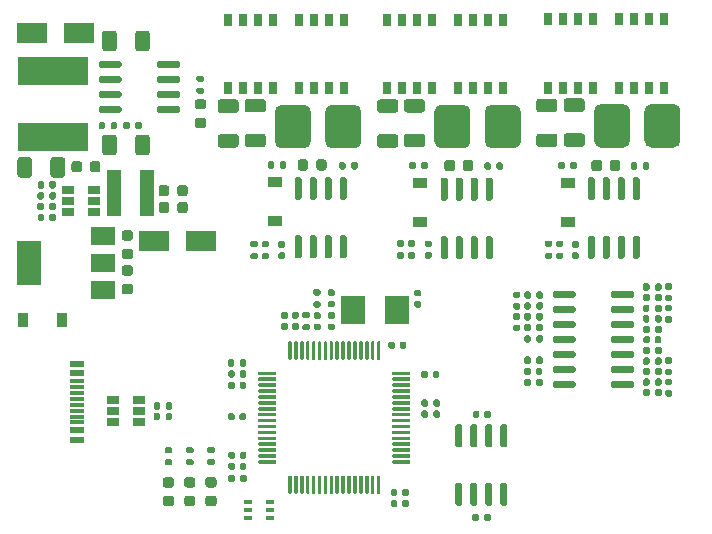
<source format=gbr>
%TF.GenerationSoftware,KiCad,Pcbnew,(5.1.6)-1*%
%TF.CreationDate,2022-01-16T14:30:20+08:00*%
%TF.ProjectId,simple_bldc,73696d70-6c65-45f6-926c-64632e6b6963,1*%
%TF.SameCoordinates,PX6979f40PYa1135a0*%
%TF.FileFunction,Paste,Top*%
%TF.FilePolarity,Positive*%
%FSLAX46Y46*%
G04 Gerber Fmt 4.6, Leading zero omitted, Abs format (unit mm)*
G04 Created by KiCad (PCBNEW (5.1.6)-1) date 2022-01-16 14:30:20*
%MOMM*%
%LPD*%
G01*
G04 APERTURE LIST*
%ADD10R,0.750000X1.100000*%
%ADD11R,2.500000X1.800000*%
%ADD12R,0.650000X0.400000*%
%ADD13R,1.060000X0.650000*%
%ADD14R,0.900000X1.200000*%
%ADD15R,1.200000X3.900000*%
%ADD16R,1.200000X0.900000*%
%ADD17R,1.160000X0.300000*%
%ADD18R,1.160000X0.600000*%
%ADD19R,2.000000X3.800000*%
%ADD20R,2.000000X1.500000*%
%ADD21R,5.900000X2.450000*%
%ADD22R,2.000000X2.400000*%
G04 APERTURE END LIST*
%TO.C,R52*%
G36*
G01*
X40985000Y7863000D02*
X40985000Y7518000D01*
G75*
G02*
X40837500Y7370500I-147500J0D01*
G01*
X40542500Y7370500D01*
G75*
G02*
X40395000Y7518000I0J147500D01*
G01*
X40395000Y7863000D01*
G75*
G02*
X40542500Y8010500I147500J0D01*
G01*
X40837500Y8010500D01*
G75*
G02*
X40985000Y7863000I0J-147500D01*
G01*
G37*
G36*
G01*
X41955000Y7863000D02*
X41955000Y7518000D01*
G75*
G02*
X41807500Y7370500I-147500J0D01*
G01*
X41512500Y7370500D01*
G75*
G02*
X41365000Y7518000I0J147500D01*
G01*
X41365000Y7863000D01*
G75*
G02*
X41512500Y8010500I147500J0D01*
G01*
X41807500Y8010500D01*
G75*
G02*
X41955000Y7863000I0J-147500D01*
G01*
G37*
%TD*%
%TO.C,C17*%
G36*
G01*
X14712200Y35613050D02*
X14712200Y35100550D01*
G75*
G02*
X14493450Y34881800I-218750J0D01*
G01*
X14055950Y34881800D01*
G75*
G02*
X13837200Y35100550I0J218750D01*
G01*
X13837200Y35613050D01*
G75*
G02*
X14055950Y35831800I218750J0D01*
G01*
X14493450Y35831800D01*
G75*
G02*
X14712200Y35613050I0J-218750D01*
G01*
G37*
G36*
G01*
X16287200Y35613050D02*
X16287200Y35100550D01*
G75*
G02*
X16068450Y34881800I-218750J0D01*
G01*
X15630950Y34881800D01*
G75*
G02*
X15412200Y35100550I0J218750D01*
G01*
X15412200Y35613050D01*
G75*
G02*
X15630950Y35831800I218750J0D01*
G01*
X16068450Y35831800D01*
G75*
G02*
X16287200Y35613050I0J-218750D01*
G01*
G37*
%TD*%
%TO.C,C14*%
G36*
G01*
X10285000Y39865000D02*
X10285000Y38615000D01*
G75*
G02*
X10035000Y38365000I-250000J0D01*
G01*
X9285000Y38365000D01*
G75*
G02*
X9035000Y38615000I0J250000D01*
G01*
X9035000Y39865000D01*
G75*
G02*
X9285000Y40115000I250000J0D01*
G01*
X10035000Y40115000D01*
G75*
G02*
X10285000Y39865000I0J-250000D01*
G01*
G37*
G36*
G01*
X13085000Y39865000D02*
X13085000Y38615000D01*
G75*
G02*
X12835000Y38365000I-250000J0D01*
G01*
X12085000Y38365000D01*
G75*
G02*
X11835000Y38615000I0J250000D01*
G01*
X11835000Y39865000D01*
G75*
G02*
X12085000Y40115000I250000J0D01*
G01*
X12835000Y40115000D01*
G75*
G02*
X13085000Y39865000I0J-250000D01*
G01*
G37*
%TD*%
%TO.C,C12*%
G36*
G01*
X4661200Y36713000D02*
X4661200Y37963000D01*
G75*
G02*
X4911200Y38213000I250000J0D01*
G01*
X5661200Y38213000D01*
G75*
G02*
X5911200Y37963000I0J-250000D01*
G01*
X5911200Y36713000D01*
G75*
G02*
X5661200Y36463000I-250000J0D01*
G01*
X4911200Y36463000D01*
G75*
G02*
X4661200Y36713000I0J250000D01*
G01*
G37*
G36*
G01*
X1861200Y36713000D02*
X1861200Y37963000D01*
G75*
G02*
X2111200Y38213000I250000J0D01*
G01*
X2861200Y38213000D01*
G75*
G02*
X3111200Y37963000I0J-250000D01*
G01*
X3111200Y36713000D01*
G75*
G02*
X2861200Y36463000I-250000J0D01*
G01*
X2111200Y36463000D01*
G75*
G02*
X1861200Y36713000I0J250000D01*
G01*
G37*
%TD*%
%TO.C,C10*%
G36*
G01*
X14712200Y34190650D02*
X14712200Y33678150D01*
G75*
G02*
X14493450Y33459400I-218750J0D01*
G01*
X14055950Y33459400D01*
G75*
G02*
X13837200Y33678150I0J218750D01*
G01*
X13837200Y34190650D01*
G75*
G02*
X14055950Y34409400I218750J0D01*
G01*
X14493450Y34409400D01*
G75*
G02*
X14712200Y34190650I0J-218750D01*
G01*
G37*
G36*
G01*
X16287200Y34190650D02*
X16287200Y33678150D01*
G75*
G02*
X16068450Y33459400I-218750J0D01*
G01*
X15630950Y33459400D01*
G75*
G02*
X15412200Y33678150I0J218750D01*
G01*
X15412200Y34190650D01*
G75*
G02*
X15630950Y34409400I218750J0D01*
G01*
X16068450Y34409400D01*
G75*
G02*
X16287200Y34190650I0J-218750D01*
G01*
G37*
%TD*%
%TO.C,C7*%
G36*
G01*
X10285000Y48665000D02*
X10285000Y47415000D01*
G75*
G02*
X10035000Y47165000I-250000J0D01*
G01*
X9285000Y47165000D01*
G75*
G02*
X9035000Y47415000I0J250000D01*
G01*
X9035000Y48665000D01*
G75*
G02*
X9285000Y48915000I250000J0D01*
G01*
X10035000Y48915000D01*
G75*
G02*
X10285000Y48665000I0J-250000D01*
G01*
G37*
G36*
G01*
X13085000Y48665000D02*
X13085000Y47415000D01*
G75*
G02*
X12835000Y47165000I-250000J0D01*
G01*
X12085000Y47165000D01*
G75*
G02*
X11835000Y47415000I0J250000D01*
G01*
X11835000Y48665000D01*
G75*
G02*
X12085000Y48915000I250000J0D01*
G01*
X12835000Y48915000D01*
G75*
G02*
X13085000Y48665000I0J-250000D01*
G01*
G37*
%TD*%
D10*
%TO.C,Q6*%
X55346600Y49890000D03*
X54076600Y49890000D03*
X52806600Y44090000D03*
X54076600Y44090000D03*
X55346600Y44090000D03*
X56616600Y44090000D03*
X56616600Y49890000D03*
X52806600Y49890000D03*
%TD*%
%TO.C,Q5*%
X48082200Y44090000D03*
X49352200Y44090000D03*
X50622200Y49890000D03*
X49352200Y49890000D03*
X48082200Y49890000D03*
X46812200Y49890000D03*
X46812200Y44090000D03*
X50622200Y44090000D03*
%TD*%
%TO.C,Q4*%
X41732200Y49839200D03*
X40462200Y49839200D03*
X39192200Y44039200D03*
X40462200Y44039200D03*
X41732200Y44039200D03*
X43002200Y44039200D03*
X43002200Y49839200D03*
X39192200Y49839200D03*
%TD*%
%TO.C,Q3*%
X34467800Y44039200D03*
X35737800Y44039200D03*
X37007800Y49839200D03*
X35737800Y49839200D03*
X34467800Y49839200D03*
X33197800Y49839200D03*
X33197800Y44039200D03*
X37007800Y44039200D03*
%TD*%
%TO.C,Q2*%
X28270200Y49839200D03*
X27000200Y49839200D03*
X25730200Y44039200D03*
X27000200Y44039200D03*
X28270200Y44039200D03*
X29540200Y44039200D03*
X29540200Y49839200D03*
X25730200Y49839200D03*
%TD*%
%TO.C,Q1*%
X21005800Y44039200D03*
X22275800Y44039200D03*
X23545800Y49839200D03*
X22275800Y49839200D03*
X21005800Y49839200D03*
X19735800Y49839200D03*
X19735800Y44039200D03*
X23545800Y44039200D03*
%TD*%
D11*
%TO.C,D10*%
X17392400Y31140400D03*
X13392400Y31140400D03*
%TD*%
D12*
%TO.C,D9*%
X21351200Y8981200D03*
X21351200Y7681200D03*
X23251200Y8331200D03*
X21351200Y8331200D03*
X23251200Y7681200D03*
X23251200Y8981200D03*
%TD*%
D13*
%TO.C,U10*%
X12174400Y16687800D03*
X12174400Y17637800D03*
X12174400Y15737800D03*
X9974400Y15737800D03*
X9974400Y16687800D03*
X9974400Y17637800D03*
%TD*%
D14*
%TO.C,D1*%
X5637800Y24384000D03*
X2337800Y24384000D03*
%TD*%
%TO.C,R2*%
G36*
G01*
X4540000Y35677500D02*
X4540000Y36022500D01*
G75*
G02*
X4687500Y36170000I147500J0D01*
G01*
X4982500Y36170000D01*
G75*
G02*
X5130000Y36022500I0J-147500D01*
G01*
X5130000Y35677500D01*
G75*
G02*
X4982500Y35530000I-147500J0D01*
G01*
X4687500Y35530000D01*
G75*
G02*
X4540000Y35677500I0J147500D01*
G01*
G37*
G36*
G01*
X3570000Y35677500D02*
X3570000Y36022500D01*
G75*
G02*
X3717500Y36170000I147500J0D01*
G01*
X4012500Y36170000D01*
G75*
G02*
X4160000Y36022500I0J-147500D01*
G01*
X4160000Y35677500D01*
G75*
G02*
X4012500Y35530000I-147500J0D01*
G01*
X3717500Y35530000D01*
G75*
G02*
X3570000Y35677500I0J147500D01*
G01*
G37*
%TD*%
%TO.C,R1*%
G36*
G01*
X20690000Y10827500D02*
X20690000Y11172500D01*
G75*
G02*
X20837500Y11320000I147500J0D01*
G01*
X21132500Y11320000D01*
G75*
G02*
X21280000Y11172500I0J-147500D01*
G01*
X21280000Y10827500D01*
G75*
G02*
X21132500Y10680000I-147500J0D01*
G01*
X20837500Y10680000D01*
G75*
G02*
X20690000Y10827500I0J147500D01*
G01*
G37*
G36*
G01*
X19720000Y10827500D02*
X19720000Y11172500D01*
G75*
G02*
X19867500Y11320000I147500J0D01*
G01*
X20162500Y11320000D01*
G75*
G02*
X20310000Y11172500I0J-147500D01*
G01*
X20310000Y10827500D01*
G75*
G02*
X20162500Y10680000I-147500J0D01*
G01*
X19867500Y10680000D01*
G75*
G02*
X19720000Y10827500I0J147500D01*
G01*
G37*
%TD*%
%TO.C,U9*%
G36*
G01*
X42905000Y10627900D02*
X43205000Y10627900D01*
G75*
G02*
X43355000Y10477900I0J-150000D01*
G01*
X43355000Y8827900D01*
G75*
G02*
X43205000Y8677900I-150000J0D01*
G01*
X42905000Y8677900D01*
G75*
G02*
X42755000Y8827900I0J150000D01*
G01*
X42755000Y10477900D01*
G75*
G02*
X42905000Y10627900I150000J0D01*
G01*
G37*
G36*
G01*
X41635000Y10627900D02*
X41935000Y10627900D01*
G75*
G02*
X42085000Y10477900I0J-150000D01*
G01*
X42085000Y8827900D01*
G75*
G02*
X41935000Y8677900I-150000J0D01*
G01*
X41635000Y8677900D01*
G75*
G02*
X41485000Y8827900I0J150000D01*
G01*
X41485000Y10477900D01*
G75*
G02*
X41635000Y10627900I150000J0D01*
G01*
G37*
G36*
G01*
X40365000Y10627900D02*
X40665000Y10627900D01*
G75*
G02*
X40815000Y10477900I0J-150000D01*
G01*
X40815000Y8827900D01*
G75*
G02*
X40665000Y8677900I-150000J0D01*
G01*
X40365000Y8677900D01*
G75*
G02*
X40215000Y8827900I0J150000D01*
G01*
X40215000Y10477900D01*
G75*
G02*
X40365000Y10627900I150000J0D01*
G01*
G37*
G36*
G01*
X39095000Y10627900D02*
X39395000Y10627900D01*
G75*
G02*
X39545000Y10477900I0J-150000D01*
G01*
X39545000Y8827900D01*
G75*
G02*
X39395000Y8677900I-150000J0D01*
G01*
X39095000Y8677900D01*
G75*
G02*
X38945000Y8827900I0J150000D01*
G01*
X38945000Y10477900D01*
G75*
G02*
X39095000Y10627900I150000J0D01*
G01*
G37*
G36*
G01*
X39095000Y15577900D02*
X39395000Y15577900D01*
G75*
G02*
X39545000Y15427900I0J-150000D01*
G01*
X39545000Y13777900D01*
G75*
G02*
X39395000Y13627900I-150000J0D01*
G01*
X39095000Y13627900D01*
G75*
G02*
X38945000Y13777900I0J150000D01*
G01*
X38945000Y15427900D01*
G75*
G02*
X39095000Y15577900I150000J0D01*
G01*
G37*
G36*
G01*
X40365000Y15577900D02*
X40665000Y15577900D01*
G75*
G02*
X40815000Y15427900I0J-150000D01*
G01*
X40815000Y13777900D01*
G75*
G02*
X40665000Y13627900I-150000J0D01*
G01*
X40365000Y13627900D01*
G75*
G02*
X40215000Y13777900I0J150000D01*
G01*
X40215000Y15427900D01*
G75*
G02*
X40365000Y15577900I150000J0D01*
G01*
G37*
G36*
G01*
X41635000Y15577900D02*
X41935000Y15577900D01*
G75*
G02*
X42085000Y15427900I0J-150000D01*
G01*
X42085000Y13777900D01*
G75*
G02*
X41935000Y13627900I-150000J0D01*
G01*
X41635000Y13627900D01*
G75*
G02*
X41485000Y13777900I0J150000D01*
G01*
X41485000Y15427900D01*
G75*
G02*
X41635000Y15577900I150000J0D01*
G01*
G37*
G36*
G01*
X42905000Y15577900D02*
X43205000Y15577900D01*
G75*
G02*
X43355000Y15427900I0J-150000D01*
G01*
X43355000Y13777900D01*
G75*
G02*
X43205000Y13627900I-150000J0D01*
G01*
X42905000Y13627900D01*
G75*
G02*
X42755000Y13777900I0J150000D01*
G01*
X42755000Y15427900D01*
G75*
G02*
X42905000Y15577900I150000J0D01*
G01*
G37*
%TD*%
%TO.C,U8*%
G36*
G01*
X32372958Y22595513D02*
X32522958Y22595513D01*
G75*
G02*
X32597958Y22520513I0J-75000D01*
G01*
X32597958Y21120513D01*
G75*
G02*
X32522958Y21045513I-75000J0D01*
G01*
X32372958Y21045513D01*
G75*
G02*
X32297958Y21120513I0J75000D01*
G01*
X32297958Y22520513D01*
G75*
G02*
X32372958Y22595513I75000J0D01*
G01*
G37*
G36*
G01*
X31872958Y22595513D02*
X32022958Y22595513D01*
G75*
G02*
X32097958Y22520513I0J-75000D01*
G01*
X32097958Y21120513D01*
G75*
G02*
X32022958Y21045513I-75000J0D01*
G01*
X31872958Y21045513D01*
G75*
G02*
X31797958Y21120513I0J75000D01*
G01*
X31797958Y22520513D01*
G75*
G02*
X31872958Y22595513I75000J0D01*
G01*
G37*
G36*
G01*
X31372958Y22595513D02*
X31522958Y22595513D01*
G75*
G02*
X31597958Y22520513I0J-75000D01*
G01*
X31597958Y21120513D01*
G75*
G02*
X31522958Y21045513I-75000J0D01*
G01*
X31372958Y21045513D01*
G75*
G02*
X31297958Y21120513I0J75000D01*
G01*
X31297958Y22520513D01*
G75*
G02*
X31372958Y22595513I75000J0D01*
G01*
G37*
G36*
G01*
X30872958Y22595513D02*
X31022958Y22595513D01*
G75*
G02*
X31097958Y22520513I0J-75000D01*
G01*
X31097958Y21120513D01*
G75*
G02*
X31022958Y21045513I-75000J0D01*
G01*
X30872958Y21045513D01*
G75*
G02*
X30797958Y21120513I0J75000D01*
G01*
X30797958Y22520513D01*
G75*
G02*
X30872958Y22595513I75000J0D01*
G01*
G37*
G36*
G01*
X30372958Y22595513D02*
X30522958Y22595513D01*
G75*
G02*
X30597958Y22520513I0J-75000D01*
G01*
X30597958Y21120513D01*
G75*
G02*
X30522958Y21045513I-75000J0D01*
G01*
X30372958Y21045513D01*
G75*
G02*
X30297958Y21120513I0J75000D01*
G01*
X30297958Y22520513D01*
G75*
G02*
X30372958Y22595513I75000J0D01*
G01*
G37*
G36*
G01*
X29872958Y22595513D02*
X30022958Y22595513D01*
G75*
G02*
X30097958Y22520513I0J-75000D01*
G01*
X30097958Y21120513D01*
G75*
G02*
X30022958Y21045513I-75000J0D01*
G01*
X29872958Y21045513D01*
G75*
G02*
X29797958Y21120513I0J75000D01*
G01*
X29797958Y22520513D01*
G75*
G02*
X29872958Y22595513I75000J0D01*
G01*
G37*
G36*
G01*
X29372958Y22595513D02*
X29522958Y22595513D01*
G75*
G02*
X29597958Y22520513I0J-75000D01*
G01*
X29597958Y21120513D01*
G75*
G02*
X29522958Y21045513I-75000J0D01*
G01*
X29372958Y21045513D01*
G75*
G02*
X29297958Y21120513I0J75000D01*
G01*
X29297958Y22520513D01*
G75*
G02*
X29372958Y22595513I75000J0D01*
G01*
G37*
G36*
G01*
X28872958Y22595513D02*
X29022958Y22595513D01*
G75*
G02*
X29097958Y22520513I0J-75000D01*
G01*
X29097958Y21120513D01*
G75*
G02*
X29022958Y21045513I-75000J0D01*
G01*
X28872958Y21045513D01*
G75*
G02*
X28797958Y21120513I0J75000D01*
G01*
X28797958Y22520513D01*
G75*
G02*
X28872958Y22595513I75000J0D01*
G01*
G37*
G36*
G01*
X28372958Y22595513D02*
X28522958Y22595513D01*
G75*
G02*
X28597958Y22520513I0J-75000D01*
G01*
X28597958Y21120513D01*
G75*
G02*
X28522958Y21045513I-75000J0D01*
G01*
X28372958Y21045513D01*
G75*
G02*
X28297958Y21120513I0J75000D01*
G01*
X28297958Y22520513D01*
G75*
G02*
X28372958Y22595513I75000J0D01*
G01*
G37*
G36*
G01*
X27872958Y22595513D02*
X28022958Y22595513D01*
G75*
G02*
X28097958Y22520513I0J-75000D01*
G01*
X28097958Y21120513D01*
G75*
G02*
X28022958Y21045513I-75000J0D01*
G01*
X27872958Y21045513D01*
G75*
G02*
X27797958Y21120513I0J75000D01*
G01*
X27797958Y22520513D01*
G75*
G02*
X27872958Y22595513I75000J0D01*
G01*
G37*
G36*
G01*
X27372958Y22595513D02*
X27522958Y22595513D01*
G75*
G02*
X27597958Y22520513I0J-75000D01*
G01*
X27597958Y21120513D01*
G75*
G02*
X27522958Y21045513I-75000J0D01*
G01*
X27372958Y21045513D01*
G75*
G02*
X27297958Y21120513I0J75000D01*
G01*
X27297958Y22520513D01*
G75*
G02*
X27372958Y22595513I75000J0D01*
G01*
G37*
G36*
G01*
X26872958Y22595513D02*
X27022958Y22595513D01*
G75*
G02*
X27097958Y22520513I0J-75000D01*
G01*
X27097958Y21120513D01*
G75*
G02*
X27022958Y21045513I-75000J0D01*
G01*
X26872958Y21045513D01*
G75*
G02*
X26797958Y21120513I0J75000D01*
G01*
X26797958Y22520513D01*
G75*
G02*
X26872958Y22595513I75000J0D01*
G01*
G37*
G36*
G01*
X26372958Y22595513D02*
X26522958Y22595513D01*
G75*
G02*
X26597958Y22520513I0J-75000D01*
G01*
X26597958Y21120513D01*
G75*
G02*
X26522958Y21045513I-75000J0D01*
G01*
X26372958Y21045513D01*
G75*
G02*
X26297958Y21120513I0J75000D01*
G01*
X26297958Y22520513D01*
G75*
G02*
X26372958Y22595513I75000J0D01*
G01*
G37*
G36*
G01*
X25872958Y22595513D02*
X26022958Y22595513D01*
G75*
G02*
X26097958Y22520513I0J-75000D01*
G01*
X26097958Y21120513D01*
G75*
G02*
X26022958Y21045513I-75000J0D01*
G01*
X25872958Y21045513D01*
G75*
G02*
X25797958Y21120513I0J75000D01*
G01*
X25797958Y22520513D01*
G75*
G02*
X25872958Y22595513I75000J0D01*
G01*
G37*
G36*
G01*
X25372958Y22595513D02*
X25522958Y22595513D01*
G75*
G02*
X25597958Y22520513I0J-75000D01*
G01*
X25597958Y21120513D01*
G75*
G02*
X25522958Y21045513I-75000J0D01*
G01*
X25372958Y21045513D01*
G75*
G02*
X25297958Y21120513I0J75000D01*
G01*
X25297958Y22520513D01*
G75*
G02*
X25372958Y22595513I75000J0D01*
G01*
G37*
G36*
G01*
X24872958Y22595513D02*
X25022958Y22595513D01*
G75*
G02*
X25097958Y22520513I0J-75000D01*
G01*
X25097958Y21120513D01*
G75*
G02*
X25022958Y21045513I-75000J0D01*
G01*
X24872958Y21045513D01*
G75*
G02*
X24797958Y21120513I0J75000D01*
G01*
X24797958Y22520513D01*
G75*
G02*
X24872958Y22595513I75000J0D01*
G01*
G37*
G36*
G01*
X22322958Y20045513D02*
X23722958Y20045513D01*
G75*
G02*
X23797958Y19970513I0J-75000D01*
G01*
X23797958Y19820513D01*
G75*
G02*
X23722958Y19745513I-75000J0D01*
G01*
X22322958Y19745513D01*
G75*
G02*
X22247958Y19820513I0J75000D01*
G01*
X22247958Y19970513D01*
G75*
G02*
X22322958Y20045513I75000J0D01*
G01*
G37*
G36*
G01*
X22322958Y19545513D02*
X23722958Y19545513D01*
G75*
G02*
X23797958Y19470513I0J-75000D01*
G01*
X23797958Y19320513D01*
G75*
G02*
X23722958Y19245513I-75000J0D01*
G01*
X22322958Y19245513D01*
G75*
G02*
X22247958Y19320513I0J75000D01*
G01*
X22247958Y19470513D01*
G75*
G02*
X22322958Y19545513I75000J0D01*
G01*
G37*
G36*
G01*
X22322958Y19045513D02*
X23722958Y19045513D01*
G75*
G02*
X23797958Y18970513I0J-75000D01*
G01*
X23797958Y18820513D01*
G75*
G02*
X23722958Y18745513I-75000J0D01*
G01*
X22322958Y18745513D01*
G75*
G02*
X22247958Y18820513I0J75000D01*
G01*
X22247958Y18970513D01*
G75*
G02*
X22322958Y19045513I75000J0D01*
G01*
G37*
G36*
G01*
X22322958Y18545513D02*
X23722958Y18545513D01*
G75*
G02*
X23797958Y18470513I0J-75000D01*
G01*
X23797958Y18320513D01*
G75*
G02*
X23722958Y18245513I-75000J0D01*
G01*
X22322958Y18245513D01*
G75*
G02*
X22247958Y18320513I0J75000D01*
G01*
X22247958Y18470513D01*
G75*
G02*
X22322958Y18545513I75000J0D01*
G01*
G37*
G36*
G01*
X22322958Y18045513D02*
X23722958Y18045513D01*
G75*
G02*
X23797958Y17970513I0J-75000D01*
G01*
X23797958Y17820513D01*
G75*
G02*
X23722958Y17745513I-75000J0D01*
G01*
X22322958Y17745513D01*
G75*
G02*
X22247958Y17820513I0J75000D01*
G01*
X22247958Y17970513D01*
G75*
G02*
X22322958Y18045513I75000J0D01*
G01*
G37*
G36*
G01*
X22322958Y17545513D02*
X23722958Y17545513D01*
G75*
G02*
X23797958Y17470513I0J-75000D01*
G01*
X23797958Y17320513D01*
G75*
G02*
X23722958Y17245513I-75000J0D01*
G01*
X22322958Y17245513D01*
G75*
G02*
X22247958Y17320513I0J75000D01*
G01*
X22247958Y17470513D01*
G75*
G02*
X22322958Y17545513I75000J0D01*
G01*
G37*
G36*
G01*
X22322958Y17045513D02*
X23722958Y17045513D01*
G75*
G02*
X23797958Y16970513I0J-75000D01*
G01*
X23797958Y16820513D01*
G75*
G02*
X23722958Y16745513I-75000J0D01*
G01*
X22322958Y16745513D01*
G75*
G02*
X22247958Y16820513I0J75000D01*
G01*
X22247958Y16970513D01*
G75*
G02*
X22322958Y17045513I75000J0D01*
G01*
G37*
G36*
G01*
X22322958Y16545513D02*
X23722958Y16545513D01*
G75*
G02*
X23797958Y16470513I0J-75000D01*
G01*
X23797958Y16320513D01*
G75*
G02*
X23722958Y16245513I-75000J0D01*
G01*
X22322958Y16245513D01*
G75*
G02*
X22247958Y16320513I0J75000D01*
G01*
X22247958Y16470513D01*
G75*
G02*
X22322958Y16545513I75000J0D01*
G01*
G37*
G36*
G01*
X22322958Y16045513D02*
X23722958Y16045513D01*
G75*
G02*
X23797958Y15970513I0J-75000D01*
G01*
X23797958Y15820513D01*
G75*
G02*
X23722958Y15745513I-75000J0D01*
G01*
X22322958Y15745513D01*
G75*
G02*
X22247958Y15820513I0J75000D01*
G01*
X22247958Y15970513D01*
G75*
G02*
X22322958Y16045513I75000J0D01*
G01*
G37*
G36*
G01*
X22322958Y15545513D02*
X23722958Y15545513D01*
G75*
G02*
X23797958Y15470513I0J-75000D01*
G01*
X23797958Y15320513D01*
G75*
G02*
X23722958Y15245513I-75000J0D01*
G01*
X22322958Y15245513D01*
G75*
G02*
X22247958Y15320513I0J75000D01*
G01*
X22247958Y15470513D01*
G75*
G02*
X22322958Y15545513I75000J0D01*
G01*
G37*
G36*
G01*
X22322958Y15045513D02*
X23722958Y15045513D01*
G75*
G02*
X23797958Y14970513I0J-75000D01*
G01*
X23797958Y14820513D01*
G75*
G02*
X23722958Y14745513I-75000J0D01*
G01*
X22322958Y14745513D01*
G75*
G02*
X22247958Y14820513I0J75000D01*
G01*
X22247958Y14970513D01*
G75*
G02*
X22322958Y15045513I75000J0D01*
G01*
G37*
G36*
G01*
X22322958Y14545513D02*
X23722958Y14545513D01*
G75*
G02*
X23797958Y14470513I0J-75000D01*
G01*
X23797958Y14320513D01*
G75*
G02*
X23722958Y14245513I-75000J0D01*
G01*
X22322958Y14245513D01*
G75*
G02*
X22247958Y14320513I0J75000D01*
G01*
X22247958Y14470513D01*
G75*
G02*
X22322958Y14545513I75000J0D01*
G01*
G37*
G36*
G01*
X22322958Y14045513D02*
X23722958Y14045513D01*
G75*
G02*
X23797958Y13970513I0J-75000D01*
G01*
X23797958Y13820513D01*
G75*
G02*
X23722958Y13745513I-75000J0D01*
G01*
X22322958Y13745513D01*
G75*
G02*
X22247958Y13820513I0J75000D01*
G01*
X22247958Y13970513D01*
G75*
G02*
X22322958Y14045513I75000J0D01*
G01*
G37*
G36*
G01*
X22322958Y13545513D02*
X23722958Y13545513D01*
G75*
G02*
X23797958Y13470513I0J-75000D01*
G01*
X23797958Y13320513D01*
G75*
G02*
X23722958Y13245513I-75000J0D01*
G01*
X22322958Y13245513D01*
G75*
G02*
X22247958Y13320513I0J75000D01*
G01*
X22247958Y13470513D01*
G75*
G02*
X22322958Y13545513I75000J0D01*
G01*
G37*
G36*
G01*
X22322958Y13045513D02*
X23722958Y13045513D01*
G75*
G02*
X23797958Y12970513I0J-75000D01*
G01*
X23797958Y12820513D01*
G75*
G02*
X23722958Y12745513I-75000J0D01*
G01*
X22322958Y12745513D01*
G75*
G02*
X22247958Y12820513I0J75000D01*
G01*
X22247958Y12970513D01*
G75*
G02*
X22322958Y13045513I75000J0D01*
G01*
G37*
G36*
G01*
X22322958Y12545513D02*
X23722958Y12545513D01*
G75*
G02*
X23797958Y12470513I0J-75000D01*
G01*
X23797958Y12320513D01*
G75*
G02*
X23722958Y12245513I-75000J0D01*
G01*
X22322958Y12245513D01*
G75*
G02*
X22247958Y12320513I0J75000D01*
G01*
X22247958Y12470513D01*
G75*
G02*
X22322958Y12545513I75000J0D01*
G01*
G37*
G36*
G01*
X24872958Y11245513D02*
X25022958Y11245513D01*
G75*
G02*
X25097958Y11170513I0J-75000D01*
G01*
X25097958Y9770513D01*
G75*
G02*
X25022958Y9695513I-75000J0D01*
G01*
X24872958Y9695513D01*
G75*
G02*
X24797958Y9770513I0J75000D01*
G01*
X24797958Y11170513D01*
G75*
G02*
X24872958Y11245513I75000J0D01*
G01*
G37*
G36*
G01*
X25372958Y11245513D02*
X25522958Y11245513D01*
G75*
G02*
X25597958Y11170513I0J-75000D01*
G01*
X25597958Y9770513D01*
G75*
G02*
X25522958Y9695513I-75000J0D01*
G01*
X25372958Y9695513D01*
G75*
G02*
X25297958Y9770513I0J75000D01*
G01*
X25297958Y11170513D01*
G75*
G02*
X25372958Y11245513I75000J0D01*
G01*
G37*
G36*
G01*
X25872958Y11245513D02*
X26022958Y11245513D01*
G75*
G02*
X26097958Y11170513I0J-75000D01*
G01*
X26097958Y9770513D01*
G75*
G02*
X26022958Y9695513I-75000J0D01*
G01*
X25872958Y9695513D01*
G75*
G02*
X25797958Y9770513I0J75000D01*
G01*
X25797958Y11170513D01*
G75*
G02*
X25872958Y11245513I75000J0D01*
G01*
G37*
G36*
G01*
X26372958Y11245513D02*
X26522958Y11245513D01*
G75*
G02*
X26597958Y11170513I0J-75000D01*
G01*
X26597958Y9770513D01*
G75*
G02*
X26522958Y9695513I-75000J0D01*
G01*
X26372958Y9695513D01*
G75*
G02*
X26297958Y9770513I0J75000D01*
G01*
X26297958Y11170513D01*
G75*
G02*
X26372958Y11245513I75000J0D01*
G01*
G37*
G36*
G01*
X26872958Y11245513D02*
X27022958Y11245513D01*
G75*
G02*
X27097958Y11170513I0J-75000D01*
G01*
X27097958Y9770513D01*
G75*
G02*
X27022958Y9695513I-75000J0D01*
G01*
X26872958Y9695513D01*
G75*
G02*
X26797958Y9770513I0J75000D01*
G01*
X26797958Y11170513D01*
G75*
G02*
X26872958Y11245513I75000J0D01*
G01*
G37*
G36*
G01*
X27372958Y11245513D02*
X27522958Y11245513D01*
G75*
G02*
X27597958Y11170513I0J-75000D01*
G01*
X27597958Y9770513D01*
G75*
G02*
X27522958Y9695513I-75000J0D01*
G01*
X27372958Y9695513D01*
G75*
G02*
X27297958Y9770513I0J75000D01*
G01*
X27297958Y11170513D01*
G75*
G02*
X27372958Y11245513I75000J0D01*
G01*
G37*
G36*
G01*
X27872958Y11245513D02*
X28022958Y11245513D01*
G75*
G02*
X28097958Y11170513I0J-75000D01*
G01*
X28097958Y9770513D01*
G75*
G02*
X28022958Y9695513I-75000J0D01*
G01*
X27872958Y9695513D01*
G75*
G02*
X27797958Y9770513I0J75000D01*
G01*
X27797958Y11170513D01*
G75*
G02*
X27872958Y11245513I75000J0D01*
G01*
G37*
G36*
G01*
X28372958Y11245513D02*
X28522958Y11245513D01*
G75*
G02*
X28597958Y11170513I0J-75000D01*
G01*
X28597958Y9770513D01*
G75*
G02*
X28522958Y9695513I-75000J0D01*
G01*
X28372958Y9695513D01*
G75*
G02*
X28297958Y9770513I0J75000D01*
G01*
X28297958Y11170513D01*
G75*
G02*
X28372958Y11245513I75000J0D01*
G01*
G37*
G36*
G01*
X28872958Y11245513D02*
X29022958Y11245513D01*
G75*
G02*
X29097958Y11170513I0J-75000D01*
G01*
X29097958Y9770513D01*
G75*
G02*
X29022958Y9695513I-75000J0D01*
G01*
X28872958Y9695513D01*
G75*
G02*
X28797958Y9770513I0J75000D01*
G01*
X28797958Y11170513D01*
G75*
G02*
X28872958Y11245513I75000J0D01*
G01*
G37*
G36*
G01*
X29372958Y11245513D02*
X29522958Y11245513D01*
G75*
G02*
X29597958Y11170513I0J-75000D01*
G01*
X29597958Y9770513D01*
G75*
G02*
X29522958Y9695513I-75000J0D01*
G01*
X29372958Y9695513D01*
G75*
G02*
X29297958Y9770513I0J75000D01*
G01*
X29297958Y11170513D01*
G75*
G02*
X29372958Y11245513I75000J0D01*
G01*
G37*
G36*
G01*
X29872958Y11245513D02*
X30022958Y11245513D01*
G75*
G02*
X30097958Y11170513I0J-75000D01*
G01*
X30097958Y9770513D01*
G75*
G02*
X30022958Y9695513I-75000J0D01*
G01*
X29872958Y9695513D01*
G75*
G02*
X29797958Y9770513I0J75000D01*
G01*
X29797958Y11170513D01*
G75*
G02*
X29872958Y11245513I75000J0D01*
G01*
G37*
G36*
G01*
X30372958Y11245513D02*
X30522958Y11245513D01*
G75*
G02*
X30597958Y11170513I0J-75000D01*
G01*
X30597958Y9770513D01*
G75*
G02*
X30522958Y9695513I-75000J0D01*
G01*
X30372958Y9695513D01*
G75*
G02*
X30297958Y9770513I0J75000D01*
G01*
X30297958Y11170513D01*
G75*
G02*
X30372958Y11245513I75000J0D01*
G01*
G37*
G36*
G01*
X30872958Y11245513D02*
X31022958Y11245513D01*
G75*
G02*
X31097958Y11170513I0J-75000D01*
G01*
X31097958Y9770513D01*
G75*
G02*
X31022958Y9695513I-75000J0D01*
G01*
X30872958Y9695513D01*
G75*
G02*
X30797958Y9770513I0J75000D01*
G01*
X30797958Y11170513D01*
G75*
G02*
X30872958Y11245513I75000J0D01*
G01*
G37*
G36*
G01*
X31372958Y11245513D02*
X31522958Y11245513D01*
G75*
G02*
X31597958Y11170513I0J-75000D01*
G01*
X31597958Y9770513D01*
G75*
G02*
X31522958Y9695513I-75000J0D01*
G01*
X31372958Y9695513D01*
G75*
G02*
X31297958Y9770513I0J75000D01*
G01*
X31297958Y11170513D01*
G75*
G02*
X31372958Y11245513I75000J0D01*
G01*
G37*
G36*
G01*
X31872958Y11245513D02*
X32022958Y11245513D01*
G75*
G02*
X32097958Y11170513I0J-75000D01*
G01*
X32097958Y9770513D01*
G75*
G02*
X32022958Y9695513I-75000J0D01*
G01*
X31872958Y9695513D01*
G75*
G02*
X31797958Y9770513I0J75000D01*
G01*
X31797958Y11170513D01*
G75*
G02*
X31872958Y11245513I75000J0D01*
G01*
G37*
G36*
G01*
X32372958Y11245513D02*
X32522958Y11245513D01*
G75*
G02*
X32597958Y11170513I0J-75000D01*
G01*
X32597958Y9770513D01*
G75*
G02*
X32522958Y9695513I-75000J0D01*
G01*
X32372958Y9695513D01*
G75*
G02*
X32297958Y9770513I0J75000D01*
G01*
X32297958Y11170513D01*
G75*
G02*
X32372958Y11245513I75000J0D01*
G01*
G37*
G36*
G01*
X33672958Y12545513D02*
X35072958Y12545513D01*
G75*
G02*
X35147958Y12470513I0J-75000D01*
G01*
X35147958Y12320513D01*
G75*
G02*
X35072958Y12245513I-75000J0D01*
G01*
X33672958Y12245513D01*
G75*
G02*
X33597958Y12320513I0J75000D01*
G01*
X33597958Y12470513D01*
G75*
G02*
X33672958Y12545513I75000J0D01*
G01*
G37*
G36*
G01*
X33672958Y13045513D02*
X35072958Y13045513D01*
G75*
G02*
X35147958Y12970513I0J-75000D01*
G01*
X35147958Y12820513D01*
G75*
G02*
X35072958Y12745513I-75000J0D01*
G01*
X33672958Y12745513D01*
G75*
G02*
X33597958Y12820513I0J75000D01*
G01*
X33597958Y12970513D01*
G75*
G02*
X33672958Y13045513I75000J0D01*
G01*
G37*
G36*
G01*
X33672958Y13545513D02*
X35072958Y13545513D01*
G75*
G02*
X35147958Y13470513I0J-75000D01*
G01*
X35147958Y13320513D01*
G75*
G02*
X35072958Y13245513I-75000J0D01*
G01*
X33672958Y13245513D01*
G75*
G02*
X33597958Y13320513I0J75000D01*
G01*
X33597958Y13470513D01*
G75*
G02*
X33672958Y13545513I75000J0D01*
G01*
G37*
G36*
G01*
X33672958Y14045513D02*
X35072958Y14045513D01*
G75*
G02*
X35147958Y13970513I0J-75000D01*
G01*
X35147958Y13820513D01*
G75*
G02*
X35072958Y13745513I-75000J0D01*
G01*
X33672958Y13745513D01*
G75*
G02*
X33597958Y13820513I0J75000D01*
G01*
X33597958Y13970513D01*
G75*
G02*
X33672958Y14045513I75000J0D01*
G01*
G37*
G36*
G01*
X33672958Y14545513D02*
X35072958Y14545513D01*
G75*
G02*
X35147958Y14470513I0J-75000D01*
G01*
X35147958Y14320513D01*
G75*
G02*
X35072958Y14245513I-75000J0D01*
G01*
X33672958Y14245513D01*
G75*
G02*
X33597958Y14320513I0J75000D01*
G01*
X33597958Y14470513D01*
G75*
G02*
X33672958Y14545513I75000J0D01*
G01*
G37*
G36*
G01*
X33672958Y15045513D02*
X35072958Y15045513D01*
G75*
G02*
X35147958Y14970513I0J-75000D01*
G01*
X35147958Y14820513D01*
G75*
G02*
X35072958Y14745513I-75000J0D01*
G01*
X33672958Y14745513D01*
G75*
G02*
X33597958Y14820513I0J75000D01*
G01*
X33597958Y14970513D01*
G75*
G02*
X33672958Y15045513I75000J0D01*
G01*
G37*
G36*
G01*
X33672958Y15545513D02*
X35072958Y15545513D01*
G75*
G02*
X35147958Y15470513I0J-75000D01*
G01*
X35147958Y15320513D01*
G75*
G02*
X35072958Y15245513I-75000J0D01*
G01*
X33672958Y15245513D01*
G75*
G02*
X33597958Y15320513I0J75000D01*
G01*
X33597958Y15470513D01*
G75*
G02*
X33672958Y15545513I75000J0D01*
G01*
G37*
G36*
G01*
X33672958Y16045513D02*
X35072958Y16045513D01*
G75*
G02*
X35147958Y15970513I0J-75000D01*
G01*
X35147958Y15820513D01*
G75*
G02*
X35072958Y15745513I-75000J0D01*
G01*
X33672958Y15745513D01*
G75*
G02*
X33597958Y15820513I0J75000D01*
G01*
X33597958Y15970513D01*
G75*
G02*
X33672958Y16045513I75000J0D01*
G01*
G37*
G36*
G01*
X33672958Y16545513D02*
X35072958Y16545513D01*
G75*
G02*
X35147958Y16470513I0J-75000D01*
G01*
X35147958Y16320513D01*
G75*
G02*
X35072958Y16245513I-75000J0D01*
G01*
X33672958Y16245513D01*
G75*
G02*
X33597958Y16320513I0J75000D01*
G01*
X33597958Y16470513D01*
G75*
G02*
X33672958Y16545513I75000J0D01*
G01*
G37*
G36*
G01*
X33672958Y17045513D02*
X35072958Y17045513D01*
G75*
G02*
X35147958Y16970513I0J-75000D01*
G01*
X35147958Y16820513D01*
G75*
G02*
X35072958Y16745513I-75000J0D01*
G01*
X33672958Y16745513D01*
G75*
G02*
X33597958Y16820513I0J75000D01*
G01*
X33597958Y16970513D01*
G75*
G02*
X33672958Y17045513I75000J0D01*
G01*
G37*
G36*
G01*
X33672958Y17545513D02*
X35072958Y17545513D01*
G75*
G02*
X35147958Y17470513I0J-75000D01*
G01*
X35147958Y17320513D01*
G75*
G02*
X35072958Y17245513I-75000J0D01*
G01*
X33672958Y17245513D01*
G75*
G02*
X33597958Y17320513I0J75000D01*
G01*
X33597958Y17470513D01*
G75*
G02*
X33672958Y17545513I75000J0D01*
G01*
G37*
G36*
G01*
X33672958Y18045513D02*
X35072958Y18045513D01*
G75*
G02*
X35147958Y17970513I0J-75000D01*
G01*
X35147958Y17820513D01*
G75*
G02*
X35072958Y17745513I-75000J0D01*
G01*
X33672958Y17745513D01*
G75*
G02*
X33597958Y17820513I0J75000D01*
G01*
X33597958Y17970513D01*
G75*
G02*
X33672958Y18045513I75000J0D01*
G01*
G37*
G36*
G01*
X33672958Y18545513D02*
X35072958Y18545513D01*
G75*
G02*
X35147958Y18470513I0J-75000D01*
G01*
X35147958Y18320513D01*
G75*
G02*
X35072958Y18245513I-75000J0D01*
G01*
X33672958Y18245513D01*
G75*
G02*
X33597958Y18320513I0J75000D01*
G01*
X33597958Y18470513D01*
G75*
G02*
X33672958Y18545513I75000J0D01*
G01*
G37*
G36*
G01*
X33672958Y19045513D02*
X35072958Y19045513D01*
G75*
G02*
X35147958Y18970513I0J-75000D01*
G01*
X35147958Y18820513D01*
G75*
G02*
X35072958Y18745513I-75000J0D01*
G01*
X33672958Y18745513D01*
G75*
G02*
X33597958Y18820513I0J75000D01*
G01*
X33597958Y18970513D01*
G75*
G02*
X33672958Y19045513I75000J0D01*
G01*
G37*
G36*
G01*
X33672958Y19545513D02*
X35072958Y19545513D01*
G75*
G02*
X35147958Y19470513I0J-75000D01*
G01*
X35147958Y19320513D01*
G75*
G02*
X35072958Y19245513I-75000J0D01*
G01*
X33672958Y19245513D01*
G75*
G02*
X33597958Y19320513I0J75000D01*
G01*
X33597958Y19470513D01*
G75*
G02*
X33672958Y19545513I75000J0D01*
G01*
G37*
G36*
G01*
X33672958Y20045513D02*
X35072958Y20045513D01*
G75*
G02*
X35147958Y19970513I0J-75000D01*
G01*
X35147958Y19820513D01*
G75*
G02*
X35072958Y19745513I-75000J0D01*
G01*
X33672958Y19745513D01*
G75*
G02*
X33597958Y19820513I0J75000D01*
G01*
X33597958Y19970513D01*
G75*
G02*
X33672958Y20045513I75000J0D01*
G01*
G37*
%TD*%
D13*
%TO.C,U2*%
X6139000Y34493200D03*
X6139000Y33543200D03*
X6139000Y35443200D03*
X8339000Y35443200D03*
X8339000Y34493200D03*
X8339000Y33543200D03*
%TD*%
%TO.C,C36*%
G36*
G01*
X25230000Y25093200D02*
X25570000Y25093200D01*
G75*
G02*
X25710000Y24953200I0J-140000D01*
G01*
X25710000Y24673200D01*
G75*
G02*
X25570000Y24533200I-140000J0D01*
G01*
X25230000Y24533200D01*
G75*
G02*
X25090000Y24673200I0J140000D01*
G01*
X25090000Y24953200D01*
G75*
G02*
X25230000Y25093200I140000J0D01*
G01*
G37*
G36*
G01*
X25230000Y24133200D02*
X25570000Y24133200D01*
G75*
G02*
X25710000Y23993200I0J-140000D01*
G01*
X25710000Y23713200D01*
G75*
G02*
X25570000Y23573200I-140000J0D01*
G01*
X25230000Y23573200D01*
G75*
G02*
X25090000Y23713200I0J140000D01*
G01*
X25090000Y23993200D01*
G75*
G02*
X25230000Y24133200I140000J0D01*
G01*
G37*
%TD*%
%TO.C,C48*%
G36*
G01*
X47335201Y39047200D02*
X46035199Y39047200D01*
G75*
G02*
X45785200Y39297199I0J249999D01*
G01*
X45785200Y39947201D01*
G75*
G02*
X46035199Y40197200I249999J0D01*
G01*
X47335201Y40197200D01*
G75*
G02*
X47585200Y39947201I0J-249999D01*
G01*
X47585200Y39297199D01*
G75*
G02*
X47335201Y39047200I-249999J0D01*
G01*
G37*
G36*
G01*
X47335201Y41997200D02*
X46035199Y41997200D01*
G75*
G02*
X45785200Y42247199I0J249999D01*
G01*
X45785200Y42897201D01*
G75*
G02*
X46035199Y43147200I249999J0D01*
G01*
X47335201Y43147200D01*
G75*
G02*
X47585200Y42897201I0J-249999D01*
G01*
X47585200Y42247199D01*
G75*
G02*
X47335201Y41997200I-249999J0D01*
G01*
G37*
%TD*%
%TO.C,C47*%
G36*
G01*
X33873201Y38996400D02*
X32573199Y38996400D01*
G75*
G02*
X32323200Y39246399I0J249999D01*
G01*
X32323200Y39896401D01*
G75*
G02*
X32573199Y40146400I249999J0D01*
G01*
X33873201Y40146400D01*
G75*
G02*
X34123200Y39896401I0J-249999D01*
G01*
X34123200Y39246399D01*
G75*
G02*
X33873201Y38996400I-249999J0D01*
G01*
G37*
G36*
G01*
X33873201Y41946400D02*
X32573199Y41946400D01*
G75*
G02*
X32323200Y42196399I0J249999D01*
G01*
X32323200Y42846401D01*
G75*
G02*
X32573199Y43096400I249999J0D01*
G01*
X33873201Y43096400D01*
G75*
G02*
X34123200Y42846401I0J-249999D01*
G01*
X34123200Y42196399D01*
G75*
G02*
X33873201Y41946400I-249999J0D01*
G01*
G37*
%TD*%
%TO.C,C46*%
G36*
G01*
X20360401Y38996400D02*
X19060399Y38996400D01*
G75*
G02*
X18810400Y39246399I0J249999D01*
G01*
X18810400Y39896401D01*
G75*
G02*
X19060399Y40146400I249999J0D01*
G01*
X20360401Y40146400D01*
G75*
G02*
X20610400Y39896401I0J-249999D01*
G01*
X20610400Y39246399D01*
G75*
G02*
X20360401Y38996400I-249999J0D01*
G01*
G37*
G36*
G01*
X20360401Y41946400D02*
X19060399Y41946400D01*
G75*
G02*
X18810400Y42196399I0J249999D01*
G01*
X18810400Y42846401D01*
G75*
G02*
X19060399Y43096400I249999J0D01*
G01*
X20360401Y43096400D01*
G75*
G02*
X20610400Y42846401I0J-249999D01*
G01*
X20610400Y42196399D01*
G75*
G02*
X20360401Y41946400I-249999J0D01*
G01*
G37*
%TD*%
%TO.C,C31*%
G36*
G01*
X49658001Y39070000D02*
X48357999Y39070000D01*
G75*
G02*
X48108000Y39319999I0J249999D01*
G01*
X48108000Y39970001D01*
G75*
G02*
X48357999Y40220000I249999J0D01*
G01*
X49658001Y40220000D01*
G75*
G02*
X49908000Y39970001I0J-249999D01*
G01*
X49908000Y39319999D01*
G75*
G02*
X49658001Y39070000I-249999J0D01*
G01*
G37*
G36*
G01*
X49658001Y42020000D02*
X48357999Y42020000D01*
G75*
G02*
X48108000Y42269999I0J249999D01*
G01*
X48108000Y42920001D01*
G75*
G02*
X48357999Y43170000I249999J0D01*
G01*
X49658001Y43170000D01*
G75*
G02*
X49908000Y42920001I0J-249999D01*
G01*
X49908000Y42269999D01*
G75*
G02*
X49658001Y42020000I-249999J0D01*
G01*
G37*
%TD*%
%TO.C,C30*%
G36*
G01*
X22657601Y39032500D02*
X21357599Y39032500D01*
G75*
G02*
X21107600Y39282499I0J249999D01*
G01*
X21107600Y39932501D01*
G75*
G02*
X21357599Y40182500I249999J0D01*
G01*
X22657601Y40182500D01*
G75*
G02*
X22907600Y39932501I0J-249999D01*
G01*
X22907600Y39282499D01*
G75*
G02*
X22657601Y39032500I-249999J0D01*
G01*
G37*
G36*
G01*
X22657601Y41982500D02*
X21357599Y41982500D01*
G75*
G02*
X21107600Y42232499I0J249999D01*
G01*
X21107600Y42882501D01*
G75*
G02*
X21357599Y43132500I249999J0D01*
G01*
X22657601Y43132500D01*
G75*
G02*
X22907600Y42882501I0J-249999D01*
G01*
X22907600Y42232499D01*
G75*
G02*
X22657601Y41982500I-249999J0D01*
G01*
G37*
%TD*%
%TO.C,C29*%
G36*
G01*
X36136401Y39020800D02*
X34836399Y39020800D01*
G75*
G02*
X34586400Y39270799I0J249999D01*
G01*
X34586400Y39920801D01*
G75*
G02*
X34836399Y40170800I249999J0D01*
G01*
X36136401Y40170800D01*
G75*
G02*
X36386400Y39920801I0J-249999D01*
G01*
X36386400Y39270799D01*
G75*
G02*
X36136401Y39020800I-249999J0D01*
G01*
G37*
G36*
G01*
X36136401Y41970800D02*
X34836399Y41970800D01*
G75*
G02*
X34586400Y42220799I0J249999D01*
G01*
X34586400Y42870801D01*
G75*
G02*
X34836399Y43120800I249999J0D01*
G01*
X36136401Y43120800D01*
G75*
G02*
X36386400Y42870801I0J-249999D01*
G01*
X36386400Y42220799D01*
G75*
G02*
X36136401Y41970800I-249999J0D01*
G01*
G37*
%TD*%
%TO.C,R49*%
G36*
G01*
X55364600Y37624600D02*
X55364600Y37254600D01*
G75*
G02*
X55229600Y37119600I-135000J0D01*
G01*
X54959600Y37119600D01*
G75*
G02*
X54824600Y37254600I0J135000D01*
G01*
X54824600Y37624600D01*
G75*
G02*
X54959600Y37759600I135000J0D01*
G01*
X55229600Y37759600D01*
G75*
G02*
X55364600Y37624600I0J-135000D01*
G01*
G37*
G36*
G01*
X54344600Y37624600D02*
X54344600Y37254600D01*
G75*
G02*
X54209600Y37119600I-135000J0D01*
G01*
X53939600Y37119600D01*
G75*
G02*
X53804600Y37254600I0J135000D01*
G01*
X53804600Y37624600D01*
G75*
G02*
X53939600Y37759600I135000J0D01*
G01*
X54209600Y37759600D01*
G75*
G02*
X54344600Y37624600I0J-135000D01*
G01*
G37*
%TD*%
%TO.C,R48*%
G36*
G01*
X49217800Y37675400D02*
X49217800Y37305400D01*
G75*
G02*
X49082800Y37170400I-135000J0D01*
G01*
X48812800Y37170400D01*
G75*
G02*
X48677800Y37305400I0J135000D01*
G01*
X48677800Y37675400D01*
G75*
G02*
X48812800Y37810400I135000J0D01*
G01*
X49082800Y37810400D01*
G75*
G02*
X49217800Y37675400I0J-135000D01*
G01*
G37*
G36*
G01*
X48197800Y37675400D02*
X48197800Y37305400D01*
G75*
G02*
X48062800Y37170400I-135000J0D01*
G01*
X47792800Y37170400D01*
G75*
G02*
X47657800Y37305400I0J135000D01*
G01*
X47657800Y37675400D01*
G75*
G02*
X47792800Y37810400I135000J0D01*
G01*
X48062800Y37810400D01*
G75*
G02*
X48197800Y37675400I0J-135000D01*
G01*
G37*
%TD*%
%TO.C,R46*%
G36*
G01*
X42969400Y37624600D02*
X42969400Y37254600D01*
G75*
G02*
X42834400Y37119600I-135000J0D01*
G01*
X42564400Y37119600D01*
G75*
G02*
X42429400Y37254600I0J135000D01*
G01*
X42429400Y37624600D01*
G75*
G02*
X42564400Y37759600I135000J0D01*
G01*
X42834400Y37759600D01*
G75*
G02*
X42969400Y37624600I0J-135000D01*
G01*
G37*
G36*
G01*
X41949400Y37624600D02*
X41949400Y37254600D01*
G75*
G02*
X41814400Y37119600I-135000J0D01*
G01*
X41544400Y37119600D01*
G75*
G02*
X41409400Y37254600I0J135000D01*
G01*
X41409400Y37624600D01*
G75*
G02*
X41544400Y37759600I135000J0D01*
G01*
X41814400Y37759600D01*
G75*
G02*
X41949400Y37624600I0J-135000D01*
G01*
G37*
%TD*%
%TO.C,R45*%
G36*
G01*
X36619400Y37675400D02*
X36619400Y37305400D01*
G75*
G02*
X36484400Y37170400I-135000J0D01*
G01*
X36214400Y37170400D01*
G75*
G02*
X36079400Y37305400I0J135000D01*
G01*
X36079400Y37675400D01*
G75*
G02*
X36214400Y37810400I135000J0D01*
G01*
X36484400Y37810400D01*
G75*
G02*
X36619400Y37675400I0J-135000D01*
G01*
G37*
G36*
G01*
X35599400Y37675400D02*
X35599400Y37305400D01*
G75*
G02*
X35464400Y37170400I-135000J0D01*
G01*
X35194400Y37170400D01*
G75*
G02*
X35059400Y37305400I0J135000D01*
G01*
X35059400Y37675400D01*
G75*
G02*
X35194400Y37810400I135000J0D01*
G01*
X35464400Y37810400D01*
G75*
G02*
X35599400Y37675400I0J-135000D01*
G01*
G37*
%TD*%
%TO.C,R43*%
G36*
G01*
X30675800Y37650000D02*
X30675800Y37280000D01*
G75*
G02*
X30540800Y37145000I-135000J0D01*
G01*
X30270800Y37145000D01*
G75*
G02*
X30135800Y37280000I0J135000D01*
G01*
X30135800Y37650000D01*
G75*
G02*
X30270800Y37785000I135000J0D01*
G01*
X30540800Y37785000D01*
G75*
G02*
X30675800Y37650000I0J-135000D01*
G01*
G37*
G36*
G01*
X29655800Y37650000D02*
X29655800Y37280000D01*
G75*
G02*
X29520800Y37145000I-135000J0D01*
G01*
X29250800Y37145000D01*
G75*
G02*
X29115800Y37280000I0J135000D01*
G01*
X29115800Y37650000D01*
G75*
G02*
X29250800Y37785000I135000J0D01*
G01*
X29520800Y37785000D01*
G75*
G02*
X29655800Y37650000I0J-135000D01*
G01*
G37*
%TD*%
%TO.C,R42*%
G36*
G01*
X24605200Y37726200D02*
X24605200Y37356200D01*
G75*
G02*
X24470200Y37221200I-135000J0D01*
G01*
X24200200Y37221200D01*
G75*
G02*
X24065200Y37356200I0J135000D01*
G01*
X24065200Y37726200D01*
G75*
G02*
X24200200Y37861200I135000J0D01*
G01*
X24470200Y37861200D01*
G75*
G02*
X24605200Y37726200I0J-135000D01*
G01*
G37*
G36*
G01*
X23585200Y37726200D02*
X23585200Y37356200D01*
G75*
G02*
X23450200Y37221200I-135000J0D01*
G01*
X23180200Y37221200D01*
G75*
G02*
X23045200Y37356200I0J135000D01*
G01*
X23045200Y37726200D01*
G75*
G02*
X23180200Y37861200I135000J0D01*
G01*
X23450200Y37861200D01*
G75*
G02*
X23585200Y37726200I0J-135000D01*
G01*
G37*
%TD*%
%TO.C,U7*%
G36*
G01*
X50594400Y29598400D02*
X50294400Y29598400D01*
G75*
G02*
X50144400Y29748400I0J150000D01*
G01*
X50144400Y31398400D01*
G75*
G02*
X50294400Y31548400I150000J0D01*
G01*
X50594400Y31548400D01*
G75*
G02*
X50744400Y31398400I0J-150000D01*
G01*
X50744400Y29748400D01*
G75*
G02*
X50594400Y29598400I-150000J0D01*
G01*
G37*
G36*
G01*
X51864400Y29598400D02*
X51564400Y29598400D01*
G75*
G02*
X51414400Y29748400I0J150000D01*
G01*
X51414400Y31398400D01*
G75*
G02*
X51564400Y31548400I150000J0D01*
G01*
X51864400Y31548400D01*
G75*
G02*
X52014400Y31398400I0J-150000D01*
G01*
X52014400Y29748400D01*
G75*
G02*
X51864400Y29598400I-150000J0D01*
G01*
G37*
G36*
G01*
X53134400Y29598400D02*
X52834400Y29598400D01*
G75*
G02*
X52684400Y29748400I0J150000D01*
G01*
X52684400Y31398400D01*
G75*
G02*
X52834400Y31548400I150000J0D01*
G01*
X53134400Y31548400D01*
G75*
G02*
X53284400Y31398400I0J-150000D01*
G01*
X53284400Y29748400D01*
G75*
G02*
X53134400Y29598400I-150000J0D01*
G01*
G37*
G36*
G01*
X54404400Y29598400D02*
X54104400Y29598400D01*
G75*
G02*
X53954400Y29748400I0J150000D01*
G01*
X53954400Y31398400D01*
G75*
G02*
X54104400Y31548400I150000J0D01*
G01*
X54404400Y31548400D01*
G75*
G02*
X54554400Y31398400I0J-150000D01*
G01*
X54554400Y29748400D01*
G75*
G02*
X54404400Y29598400I-150000J0D01*
G01*
G37*
G36*
G01*
X54404400Y34548400D02*
X54104400Y34548400D01*
G75*
G02*
X53954400Y34698400I0J150000D01*
G01*
X53954400Y36348400D01*
G75*
G02*
X54104400Y36498400I150000J0D01*
G01*
X54404400Y36498400D01*
G75*
G02*
X54554400Y36348400I0J-150000D01*
G01*
X54554400Y34698400D01*
G75*
G02*
X54404400Y34548400I-150000J0D01*
G01*
G37*
G36*
G01*
X53134400Y34548400D02*
X52834400Y34548400D01*
G75*
G02*
X52684400Y34698400I0J150000D01*
G01*
X52684400Y36348400D01*
G75*
G02*
X52834400Y36498400I150000J0D01*
G01*
X53134400Y36498400D01*
G75*
G02*
X53284400Y36348400I0J-150000D01*
G01*
X53284400Y34698400D01*
G75*
G02*
X53134400Y34548400I-150000J0D01*
G01*
G37*
G36*
G01*
X51864400Y34548400D02*
X51564400Y34548400D01*
G75*
G02*
X51414400Y34698400I0J150000D01*
G01*
X51414400Y36348400D01*
G75*
G02*
X51564400Y36498400I150000J0D01*
G01*
X51864400Y36498400D01*
G75*
G02*
X52014400Y36348400I0J-150000D01*
G01*
X52014400Y34698400D01*
G75*
G02*
X51864400Y34548400I-150000J0D01*
G01*
G37*
G36*
G01*
X50594400Y34548400D02*
X50294400Y34548400D01*
G75*
G02*
X50144400Y34698400I0J150000D01*
G01*
X50144400Y36348400D01*
G75*
G02*
X50294400Y36498400I150000J0D01*
G01*
X50594400Y36498400D01*
G75*
G02*
X50744400Y36348400I0J-150000D01*
G01*
X50744400Y34698400D01*
G75*
G02*
X50594400Y34548400I-150000J0D01*
G01*
G37*
%TD*%
D15*
%TO.C,L1*%
X10004600Y35204400D03*
X12804600Y35204400D03*
%TD*%
D16*
%TO.C,D8*%
X48488600Y35990800D03*
X48488600Y32690800D03*
%TD*%
%TO.C,D7*%
X35991800Y36041600D03*
X35991800Y32741600D03*
%TD*%
%TO.C,D6*%
X23672800Y36092400D03*
X23672800Y32792400D03*
%TD*%
%TO.C,U6*%
G36*
G01*
X38148400Y29570000D02*
X37848400Y29570000D01*
G75*
G02*
X37698400Y29720000I0J150000D01*
G01*
X37698400Y31370000D01*
G75*
G02*
X37848400Y31520000I150000J0D01*
G01*
X38148400Y31520000D01*
G75*
G02*
X38298400Y31370000I0J-150000D01*
G01*
X38298400Y29720000D01*
G75*
G02*
X38148400Y29570000I-150000J0D01*
G01*
G37*
G36*
G01*
X39418400Y29570000D02*
X39118400Y29570000D01*
G75*
G02*
X38968400Y29720000I0J150000D01*
G01*
X38968400Y31370000D01*
G75*
G02*
X39118400Y31520000I150000J0D01*
G01*
X39418400Y31520000D01*
G75*
G02*
X39568400Y31370000I0J-150000D01*
G01*
X39568400Y29720000D01*
G75*
G02*
X39418400Y29570000I-150000J0D01*
G01*
G37*
G36*
G01*
X40688400Y29570000D02*
X40388400Y29570000D01*
G75*
G02*
X40238400Y29720000I0J150000D01*
G01*
X40238400Y31370000D01*
G75*
G02*
X40388400Y31520000I150000J0D01*
G01*
X40688400Y31520000D01*
G75*
G02*
X40838400Y31370000I0J-150000D01*
G01*
X40838400Y29720000D01*
G75*
G02*
X40688400Y29570000I-150000J0D01*
G01*
G37*
G36*
G01*
X41958400Y29570000D02*
X41658400Y29570000D01*
G75*
G02*
X41508400Y29720000I0J150000D01*
G01*
X41508400Y31370000D01*
G75*
G02*
X41658400Y31520000I150000J0D01*
G01*
X41958400Y31520000D01*
G75*
G02*
X42108400Y31370000I0J-150000D01*
G01*
X42108400Y29720000D01*
G75*
G02*
X41958400Y29570000I-150000J0D01*
G01*
G37*
G36*
G01*
X41958400Y34520000D02*
X41658400Y34520000D01*
G75*
G02*
X41508400Y34670000I0J150000D01*
G01*
X41508400Y36320000D01*
G75*
G02*
X41658400Y36470000I150000J0D01*
G01*
X41958400Y36470000D01*
G75*
G02*
X42108400Y36320000I0J-150000D01*
G01*
X42108400Y34670000D01*
G75*
G02*
X41958400Y34520000I-150000J0D01*
G01*
G37*
G36*
G01*
X40688400Y34520000D02*
X40388400Y34520000D01*
G75*
G02*
X40238400Y34670000I0J150000D01*
G01*
X40238400Y36320000D01*
G75*
G02*
X40388400Y36470000I150000J0D01*
G01*
X40688400Y36470000D01*
G75*
G02*
X40838400Y36320000I0J-150000D01*
G01*
X40838400Y34670000D01*
G75*
G02*
X40688400Y34520000I-150000J0D01*
G01*
G37*
G36*
G01*
X39418400Y34520000D02*
X39118400Y34520000D01*
G75*
G02*
X38968400Y34670000I0J150000D01*
G01*
X38968400Y36320000D01*
G75*
G02*
X39118400Y36470000I150000J0D01*
G01*
X39418400Y36470000D01*
G75*
G02*
X39568400Y36320000I0J-150000D01*
G01*
X39568400Y34670000D01*
G75*
G02*
X39418400Y34520000I-150000J0D01*
G01*
G37*
G36*
G01*
X38148400Y34520000D02*
X37848400Y34520000D01*
G75*
G02*
X37698400Y34670000I0J150000D01*
G01*
X37698400Y36320000D01*
G75*
G02*
X37848400Y36470000I150000J0D01*
G01*
X38148400Y36470000D01*
G75*
G02*
X38298400Y36320000I0J-150000D01*
G01*
X38298400Y34670000D01*
G75*
G02*
X38148400Y34520000I-150000J0D01*
G01*
G37*
%TD*%
%TO.C,U5*%
G36*
G01*
X25778600Y29620800D02*
X25478600Y29620800D01*
G75*
G02*
X25328600Y29770800I0J150000D01*
G01*
X25328600Y31420800D01*
G75*
G02*
X25478600Y31570800I150000J0D01*
G01*
X25778600Y31570800D01*
G75*
G02*
X25928600Y31420800I0J-150000D01*
G01*
X25928600Y29770800D01*
G75*
G02*
X25778600Y29620800I-150000J0D01*
G01*
G37*
G36*
G01*
X27048600Y29620800D02*
X26748600Y29620800D01*
G75*
G02*
X26598600Y29770800I0J150000D01*
G01*
X26598600Y31420800D01*
G75*
G02*
X26748600Y31570800I150000J0D01*
G01*
X27048600Y31570800D01*
G75*
G02*
X27198600Y31420800I0J-150000D01*
G01*
X27198600Y29770800D01*
G75*
G02*
X27048600Y29620800I-150000J0D01*
G01*
G37*
G36*
G01*
X28318600Y29620800D02*
X28018600Y29620800D01*
G75*
G02*
X27868600Y29770800I0J150000D01*
G01*
X27868600Y31420800D01*
G75*
G02*
X28018600Y31570800I150000J0D01*
G01*
X28318600Y31570800D01*
G75*
G02*
X28468600Y31420800I0J-150000D01*
G01*
X28468600Y29770800D01*
G75*
G02*
X28318600Y29620800I-150000J0D01*
G01*
G37*
G36*
G01*
X29588600Y29620800D02*
X29288600Y29620800D01*
G75*
G02*
X29138600Y29770800I0J150000D01*
G01*
X29138600Y31420800D01*
G75*
G02*
X29288600Y31570800I150000J0D01*
G01*
X29588600Y31570800D01*
G75*
G02*
X29738600Y31420800I0J-150000D01*
G01*
X29738600Y29770800D01*
G75*
G02*
X29588600Y29620800I-150000J0D01*
G01*
G37*
G36*
G01*
X29588600Y34570800D02*
X29288600Y34570800D01*
G75*
G02*
X29138600Y34720800I0J150000D01*
G01*
X29138600Y36370800D01*
G75*
G02*
X29288600Y36520800I150000J0D01*
G01*
X29588600Y36520800D01*
G75*
G02*
X29738600Y36370800I0J-150000D01*
G01*
X29738600Y34720800D01*
G75*
G02*
X29588600Y34570800I-150000J0D01*
G01*
G37*
G36*
G01*
X28318600Y34570800D02*
X28018600Y34570800D01*
G75*
G02*
X27868600Y34720800I0J150000D01*
G01*
X27868600Y36370800D01*
G75*
G02*
X28018600Y36520800I150000J0D01*
G01*
X28318600Y36520800D01*
G75*
G02*
X28468600Y36370800I0J-150000D01*
G01*
X28468600Y34720800D01*
G75*
G02*
X28318600Y34570800I-150000J0D01*
G01*
G37*
G36*
G01*
X27048600Y34570800D02*
X26748600Y34570800D01*
G75*
G02*
X26598600Y34720800I0J150000D01*
G01*
X26598600Y36370800D01*
G75*
G02*
X26748600Y36520800I150000J0D01*
G01*
X27048600Y36520800D01*
G75*
G02*
X27198600Y36370800I0J-150000D01*
G01*
X27198600Y34720800D01*
G75*
G02*
X27048600Y34570800I-150000J0D01*
G01*
G37*
G36*
G01*
X25778600Y34570800D02*
X25478600Y34570800D01*
G75*
G02*
X25328600Y34720800I0J150000D01*
G01*
X25328600Y36370800D01*
G75*
G02*
X25478600Y36520800I150000J0D01*
G01*
X25778600Y36520800D01*
G75*
G02*
X25928600Y36370800I0J-150000D01*
G01*
X25928600Y34720800D01*
G75*
G02*
X25778600Y34570800I-150000J0D01*
G01*
G37*
%TD*%
%TO.C,U3*%
G36*
G01*
X8742000Y45900200D02*
X8742000Y46200200D01*
G75*
G02*
X8892000Y46350200I150000J0D01*
G01*
X10542000Y46350200D01*
G75*
G02*
X10692000Y46200200I0J-150000D01*
G01*
X10692000Y45900200D01*
G75*
G02*
X10542000Y45750200I-150000J0D01*
G01*
X8892000Y45750200D01*
G75*
G02*
X8742000Y45900200I0J150000D01*
G01*
G37*
G36*
G01*
X8742000Y44630200D02*
X8742000Y44930200D01*
G75*
G02*
X8892000Y45080200I150000J0D01*
G01*
X10542000Y45080200D01*
G75*
G02*
X10692000Y44930200I0J-150000D01*
G01*
X10692000Y44630200D01*
G75*
G02*
X10542000Y44480200I-150000J0D01*
G01*
X8892000Y44480200D01*
G75*
G02*
X8742000Y44630200I0J150000D01*
G01*
G37*
G36*
G01*
X8742000Y43360200D02*
X8742000Y43660200D01*
G75*
G02*
X8892000Y43810200I150000J0D01*
G01*
X10542000Y43810200D01*
G75*
G02*
X10692000Y43660200I0J-150000D01*
G01*
X10692000Y43360200D01*
G75*
G02*
X10542000Y43210200I-150000J0D01*
G01*
X8892000Y43210200D01*
G75*
G02*
X8742000Y43360200I0J150000D01*
G01*
G37*
G36*
G01*
X8742000Y42090200D02*
X8742000Y42390200D01*
G75*
G02*
X8892000Y42540200I150000J0D01*
G01*
X10542000Y42540200D01*
G75*
G02*
X10692000Y42390200I0J-150000D01*
G01*
X10692000Y42090200D01*
G75*
G02*
X10542000Y41940200I-150000J0D01*
G01*
X8892000Y41940200D01*
G75*
G02*
X8742000Y42090200I0J150000D01*
G01*
G37*
G36*
G01*
X13692000Y42090200D02*
X13692000Y42390200D01*
G75*
G02*
X13842000Y42540200I150000J0D01*
G01*
X15492000Y42540200D01*
G75*
G02*
X15642000Y42390200I0J-150000D01*
G01*
X15642000Y42090200D01*
G75*
G02*
X15492000Y41940200I-150000J0D01*
G01*
X13842000Y41940200D01*
G75*
G02*
X13692000Y42090200I0J150000D01*
G01*
G37*
G36*
G01*
X13692000Y43360200D02*
X13692000Y43660200D01*
G75*
G02*
X13842000Y43810200I150000J0D01*
G01*
X15492000Y43810200D01*
G75*
G02*
X15642000Y43660200I0J-150000D01*
G01*
X15642000Y43360200D01*
G75*
G02*
X15492000Y43210200I-150000J0D01*
G01*
X13842000Y43210200D01*
G75*
G02*
X13692000Y43360200I0J150000D01*
G01*
G37*
G36*
G01*
X13692000Y44630200D02*
X13692000Y44930200D01*
G75*
G02*
X13842000Y45080200I150000J0D01*
G01*
X15492000Y45080200D01*
G75*
G02*
X15642000Y44930200I0J-150000D01*
G01*
X15642000Y44630200D01*
G75*
G02*
X15492000Y44480200I-150000J0D01*
G01*
X13842000Y44480200D01*
G75*
G02*
X13692000Y44630200I0J150000D01*
G01*
G37*
G36*
G01*
X13692000Y45900200D02*
X13692000Y46200200D01*
G75*
G02*
X13842000Y46350200I150000J0D01*
G01*
X15492000Y46350200D01*
G75*
G02*
X15642000Y46200200I0J-150000D01*
G01*
X15642000Y45900200D01*
G75*
G02*
X15492000Y45750200I-150000J0D01*
G01*
X13842000Y45750200D01*
G75*
G02*
X13692000Y45900200I0J150000D01*
G01*
G37*
%TD*%
%TO.C,U1*%
G36*
G01*
X54075000Y19095600D02*
X54075000Y18795600D01*
G75*
G02*
X53925000Y18645600I-150000J0D01*
G01*
X52275000Y18645600D01*
G75*
G02*
X52125000Y18795600I0J150000D01*
G01*
X52125000Y19095600D01*
G75*
G02*
X52275000Y19245600I150000J0D01*
G01*
X53925000Y19245600D01*
G75*
G02*
X54075000Y19095600I0J-150000D01*
G01*
G37*
G36*
G01*
X54075000Y20365600D02*
X54075000Y20065600D01*
G75*
G02*
X53925000Y19915600I-150000J0D01*
G01*
X52275000Y19915600D01*
G75*
G02*
X52125000Y20065600I0J150000D01*
G01*
X52125000Y20365600D01*
G75*
G02*
X52275000Y20515600I150000J0D01*
G01*
X53925000Y20515600D01*
G75*
G02*
X54075000Y20365600I0J-150000D01*
G01*
G37*
G36*
G01*
X54075000Y21635600D02*
X54075000Y21335600D01*
G75*
G02*
X53925000Y21185600I-150000J0D01*
G01*
X52275000Y21185600D01*
G75*
G02*
X52125000Y21335600I0J150000D01*
G01*
X52125000Y21635600D01*
G75*
G02*
X52275000Y21785600I150000J0D01*
G01*
X53925000Y21785600D01*
G75*
G02*
X54075000Y21635600I0J-150000D01*
G01*
G37*
G36*
G01*
X54075000Y22905600D02*
X54075000Y22605600D01*
G75*
G02*
X53925000Y22455600I-150000J0D01*
G01*
X52275000Y22455600D01*
G75*
G02*
X52125000Y22605600I0J150000D01*
G01*
X52125000Y22905600D01*
G75*
G02*
X52275000Y23055600I150000J0D01*
G01*
X53925000Y23055600D01*
G75*
G02*
X54075000Y22905600I0J-150000D01*
G01*
G37*
G36*
G01*
X54075000Y24175600D02*
X54075000Y23875600D01*
G75*
G02*
X53925000Y23725600I-150000J0D01*
G01*
X52275000Y23725600D01*
G75*
G02*
X52125000Y23875600I0J150000D01*
G01*
X52125000Y24175600D01*
G75*
G02*
X52275000Y24325600I150000J0D01*
G01*
X53925000Y24325600D01*
G75*
G02*
X54075000Y24175600I0J-150000D01*
G01*
G37*
G36*
G01*
X54075000Y25445600D02*
X54075000Y25145600D01*
G75*
G02*
X53925000Y24995600I-150000J0D01*
G01*
X52275000Y24995600D01*
G75*
G02*
X52125000Y25145600I0J150000D01*
G01*
X52125000Y25445600D01*
G75*
G02*
X52275000Y25595600I150000J0D01*
G01*
X53925000Y25595600D01*
G75*
G02*
X54075000Y25445600I0J-150000D01*
G01*
G37*
G36*
G01*
X54075000Y26715600D02*
X54075000Y26415600D01*
G75*
G02*
X53925000Y26265600I-150000J0D01*
G01*
X52275000Y26265600D01*
G75*
G02*
X52125000Y26415600I0J150000D01*
G01*
X52125000Y26715600D01*
G75*
G02*
X52275000Y26865600I150000J0D01*
G01*
X53925000Y26865600D01*
G75*
G02*
X54075000Y26715600I0J-150000D01*
G01*
G37*
G36*
G01*
X49125000Y26715600D02*
X49125000Y26415600D01*
G75*
G02*
X48975000Y26265600I-150000J0D01*
G01*
X47325000Y26265600D01*
G75*
G02*
X47175000Y26415600I0J150000D01*
G01*
X47175000Y26715600D01*
G75*
G02*
X47325000Y26865600I150000J0D01*
G01*
X48975000Y26865600D01*
G75*
G02*
X49125000Y26715600I0J-150000D01*
G01*
G37*
G36*
G01*
X49125000Y25445600D02*
X49125000Y25145600D01*
G75*
G02*
X48975000Y24995600I-150000J0D01*
G01*
X47325000Y24995600D01*
G75*
G02*
X47175000Y25145600I0J150000D01*
G01*
X47175000Y25445600D01*
G75*
G02*
X47325000Y25595600I150000J0D01*
G01*
X48975000Y25595600D01*
G75*
G02*
X49125000Y25445600I0J-150000D01*
G01*
G37*
G36*
G01*
X49125000Y24175600D02*
X49125000Y23875600D01*
G75*
G02*
X48975000Y23725600I-150000J0D01*
G01*
X47325000Y23725600D01*
G75*
G02*
X47175000Y23875600I0J150000D01*
G01*
X47175000Y24175600D01*
G75*
G02*
X47325000Y24325600I150000J0D01*
G01*
X48975000Y24325600D01*
G75*
G02*
X49125000Y24175600I0J-150000D01*
G01*
G37*
G36*
G01*
X49125000Y22905600D02*
X49125000Y22605600D01*
G75*
G02*
X48975000Y22455600I-150000J0D01*
G01*
X47325000Y22455600D01*
G75*
G02*
X47175000Y22605600I0J150000D01*
G01*
X47175000Y22905600D01*
G75*
G02*
X47325000Y23055600I150000J0D01*
G01*
X48975000Y23055600D01*
G75*
G02*
X49125000Y22905600I0J-150000D01*
G01*
G37*
G36*
G01*
X49125000Y21635600D02*
X49125000Y21335600D01*
G75*
G02*
X48975000Y21185600I-150000J0D01*
G01*
X47325000Y21185600D01*
G75*
G02*
X47175000Y21335600I0J150000D01*
G01*
X47175000Y21635600D01*
G75*
G02*
X47325000Y21785600I150000J0D01*
G01*
X48975000Y21785600D01*
G75*
G02*
X49125000Y21635600I0J-150000D01*
G01*
G37*
G36*
G01*
X49125000Y20365600D02*
X49125000Y20065600D01*
G75*
G02*
X48975000Y19915600I-150000J0D01*
G01*
X47325000Y19915600D01*
G75*
G02*
X47175000Y20065600I0J150000D01*
G01*
X47175000Y20365600D01*
G75*
G02*
X47325000Y20515600I150000J0D01*
G01*
X48975000Y20515600D01*
G75*
G02*
X49125000Y20365600I0J-150000D01*
G01*
G37*
G36*
G01*
X49125000Y19095600D02*
X49125000Y18795600D01*
G75*
G02*
X48975000Y18645600I-150000J0D01*
G01*
X47325000Y18645600D01*
G75*
G02*
X47175000Y18795600I0J150000D01*
G01*
X47175000Y19095600D01*
G75*
G02*
X47325000Y19245600I150000J0D01*
G01*
X48975000Y19245600D01*
G75*
G02*
X49125000Y19095600I0J-150000D01*
G01*
G37*
%TD*%
%TO.C,R51*%
G36*
G01*
X27043800Y27018200D02*
X27413800Y27018200D01*
G75*
G02*
X27548800Y26883200I0J-135000D01*
G01*
X27548800Y26613200D01*
G75*
G02*
X27413800Y26478200I-135000J0D01*
G01*
X27043800Y26478200D01*
G75*
G02*
X26908800Y26613200I0J135000D01*
G01*
X26908800Y26883200D01*
G75*
G02*
X27043800Y27018200I135000J0D01*
G01*
G37*
G36*
G01*
X27043800Y25998200D02*
X27413800Y25998200D01*
G75*
G02*
X27548800Y25863200I0J-135000D01*
G01*
X27548800Y25593200D01*
G75*
G02*
X27413800Y25458200I-135000J0D01*
G01*
X27043800Y25458200D01*
G75*
G02*
X26908800Y25593200I0J135000D01*
G01*
X26908800Y25863200D01*
G75*
G02*
X27043800Y25998200I135000J0D01*
G01*
G37*
%TD*%
%TO.C,R41*%
G36*
G01*
X46652600Y31133000D02*
X47022600Y31133000D01*
G75*
G02*
X47157600Y30998000I0J-135000D01*
G01*
X47157600Y30728000D01*
G75*
G02*
X47022600Y30593000I-135000J0D01*
G01*
X46652600Y30593000D01*
G75*
G02*
X46517600Y30728000I0J135000D01*
G01*
X46517600Y30998000D01*
G75*
G02*
X46652600Y31133000I135000J0D01*
G01*
G37*
G36*
G01*
X46652600Y30113000D02*
X47022600Y30113000D01*
G75*
G02*
X47157600Y29978000I0J-135000D01*
G01*
X47157600Y29708000D01*
G75*
G02*
X47022600Y29573000I-135000J0D01*
G01*
X46652600Y29573000D01*
G75*
G02*
X46517600Y29708000I0J135000D01*
G01*
X46517600Y29978000D01*
G75*
G02*
X46652600Y30113000I135000J0D01*
G01*
G37*
%TD*%
%TO.C,R40*%
G36*
G01*
X47592400Y31133000D02*
X47962400Y31133000D01*
G75*
G02*
X48097400Y30998000I0J-135000D01*
G01*
X48097400Y30728000D01*
G75*
G02*
X47962400Y30593000I-135000J0D01*
G01*
X47592400Y30593000D01*
G75*
G02*
X47457400Y30728000I0J135000D01*
G01*
X47457400Y30998000D01*
G75*
G02*
X47592400Y31133000I135000J0D01*
G01*
G37*
G36*
G01*
X47592400Y30113000D02*
X47962400Y30113000D01*
G75*
G02*
X48097400Y29978000I0J-135000D01*
G01*
X48097400Y29708000D01*
G75*
G02*
X47962400Y29573000I-135000J0D01*
G01*
X47592400Y29573000D01*
G75*
G02*
X47457400Y29708000I0J135000D01*
G01*
X47457400Y29978000D01*
G75*
G02*
X47592400Y30113000I135000J0D01*
G01*
G37*
%TD*%
%TO.C,R39*%
G36*
G01*
X34105000Y31158400D02*
X34475000Y31158400D01*
G75*
G02*
X34610000Y31023400I0J-135000D01*
G01*
X34610000Y30753400D01*
G75*
G02*
X34475000Y30618400I-135000J0D01*
G01*
X34105000Y30618400D01*
G75*
G02*
X33970000Y30753400I0J135000D01*
G01*
X33970000Y31023400D01*
G75*
G02*
X34105000Y31158400I135000J0D01*
G01*
G37*
G36*
G01*
X34105000Y30138400D02*
X34475000Y30138400D01*
G75*
G02*
X34610000Y30003400I0J-135000D01*
G01*
X34610000Y29733400D01*
G75*
G02*
X34475000Y29598400I-135000J0D01*
G01*
X34105000Y29598400D01*
G75*
G02*
X33970000Y29733400I0J135000D01*
G01*
X33970000Y30003400D01*
G75*
G02*
X34105000Y30138400I135000J0D01*
G01*
G37*
%TD*%
%TO.C,R38*%
G36*
G01*
X35044800Y31158400D02*
X35414800Y31158400D01*
G75*
G02*
X35549800Y31023400I0J-135000D01*
G01*
X35549800Y30753400D01*
G75*
G02*
X35414800Y30618400I-135000J0D01*
G01*
X35044800Y30618400D01*
G75*
G02*
X34909800Y30753400I0J135000D01*
G01*
X34909800Y31023400D01*
G75*
G02*
X35044800Y31158400I135000J0D01*
G01*
G37*
G36*
G01*
X35044800Y30138400D02*
X35414800Y30138400D01*
G75*
G02*
X35549800Y30003400I0J-135000D01*
G01*
X35549800Y29733400D01*
G75*
G02*
X35414800Y29598400I-135000J0D01*
G01*
X35044800Y29598400D01*
G75*
G02*
X34909800Y29733400I0J135000D01*
G01*
X34909800Y30003400D01*
G75*
G02*
X35044800Y30138400I135000J0D01*
G01*
G37*
%TD*%
%TO.C,R37*%
G36*
G01*
X21735200Y31107600D02*
X22105200Y31107600D01*
G75*
G02*
X22240200Y30972600I0J-135000D01*
G01*
X22240200Y30702600D01*
G75*
G02*
X22105200Y30567600I-135000J0D01*
G01*
X21735200Y30567600D01*
G75*
G02*
X21600200Y30702600I0J135000D01*
G01*
X21600200Y30972600D01*
G75*
G02*
X21735200Y31107600I135000J0D01*
G01*
G37*
G36*
G01*
X21735200Y30087600D02*
X22105200Y30087600D01*
G75*
G02*
X22240200Y29952600I0J-135000D01*
G01*
X22240200Y29682600D01*
G75*
G02*
X22105200Y29547600I-135000J0D01*
G01*
X21735200Y29547600D01*
G75*
G02*
X21600200Y29682600I0J135000D01*
G01*
X21600200Y29952600D01*
G75*
G02*
X21735200Y30087600I135000J0D01*
G01*
G37*
%TD*%
%TO.C,R36*%
G36*
G01*
X22675000Y31107600D02*
X23045000Y31107600D01*
G75*
G02*
X23180000Y30972600I0J-135000D01*
G01*
X23180000Y30702600D01*
G75*
G02*
X23045000Y30567600I-135000J0D01*
G01*
X22675000Y30567600D01*
G75*
G02*
X22540000Y30702600I0J135000D01*
G01*
X22540000Y30972600D01*
G75*
G02*
X22675000Y31107600I135000J0D01*
G01*
G37*
G36*
G01*
X22675000Y30087600D02*
X23045000Y30087600D01*
G75*
G02*
X23180000Y29952600I0J-135000D01*
G01*
X23180000Y29682600D01*
G75*
G02*
X23045000Y29547600I-135000J0D01*
G01*
X22675000Y29547600D01*
G75*
G02*
X22540000Y29682600I0J135000D01*
G01*
X22540000Y29952600D01*
G75*
G02*
X22675000Y30087600I135000J0D01*
G01*
G37*
%TD*%
%TO.C,R35*%
G36*
G01*
X46350400Y23956600D02*
X46350400Y23586600D01*
G75*
G02*
X46215400Y23451600I-135000J0D01*
G01*
X45945400Y23451600D01*
G75*
G02*
X45810400Y23586600I0J135000D01*
G01*
X45810400Y23956600D01*
G75*
G02*
X45945400Y24091600I135000J0D01*
G01*
X46215400Y24091600D01*
G75*
G02*
X46350400Y23956600I0J-135000D01*
G01*
G37*
G36*
G01*
X45330400Y23956600D02*
X45330400Y23586600D01*
G75*
G02*
X45195400Y23451600I-135000J0D01*
G01*
X44925400Y23451600D01*
G75*
G02*
X44790400Y23586600I0J135000D01*
G01*
X44790400Y23956600D01*
G75*
G02*
X44925400Y24091600I135000J0D01*
G01*
X45195400Y24091600D01*
G75*
G02*
X45330400Y23956600I0J-135000D01*
G01*
G37*
%TD*%
%TO.C,R34*%
G36*
G01*
X46350400Y24871000D02*
X46350400Y24501000D01*
G75*
G02*
X46215400Y24366000I-135000J0D01*
G01*
X45945400Y24366000D01*
G75*
G02*
X45810400Y24501000I0J135000D01*
G01*
X45810400Y24871000D01*
G75*
G02*
X45945400Y25006000I135000J0D01*
G01*
X46215400Y25006000D01*
G75*
G02*
X46350400Y24871000I0J-135000D01*
G01*
G37*
G36*
G01*
X45330400Y24871000D02*
X45330400Y24501000D01*
G75*
G02*
X45195400Y24366000I-135000J0D01*
G01*
X44925400Y24366000D01*
G75*
G02*
X44790400Y24501000I0J135000D01*
G01*
X44790400Y24871000D01*
G75*
G02*
X44925400Y25006000I135000J0D01*
G01*
X45195400Y25006000D01*
G75*
G02*
X45330400Y24871000I0J-135000D01*
G01*
G37*
%TD*%
%TO.C,R33*%
G36*
G01*
X54843200Y24326000D02*
X54843200Y24696000D01*
G75*
G02*
X54978200Y24831000I135000J0D01*
G01*
X55248200Y24831000D01*
G75*
G02*
X55383200Y24696000I0J-135000D01*
G01*
X55383200Y24326000D01*
G75*
G02*
X55248200Y24191000I-135000J0D01*
G01*
X54978200Y24191000D01*
G75*
G02*
X54843200Y24326000I0J135000D01*
G01*
G37*
G36*
G01*
X55863200Y24326000D02*
X55863200Y24696000D01*
G75*
G02*
X55998200Y24831000I135000J0D01*
G01*
X56268200Y24831000D01*
G75*
G02*
X56403200Y24696000I0J-135000D01*
G01*
X56403200Y24326000D01*
G75*
G02*
X56268200Y24191000I-135000J0D01*
G01*
X55998200Y24191000D01*
G75*
G02*
X55863200Y24326000I0J135000D01*
G01*
G37*
%TD*%
%TO.C,R32*%
G36*
G01*
X54843200Y25215000D02*
X54843200Y25585000D01*
G75*
G02*
X54978200Y25720000I135000J0D01*
G01*
X55248200Y25720000D01*
G75*
G02*
X55383200Y25585000I0J-135000D01*
G01*
X55383200Y25215000D01*
G75*
G02*
X55248200Y25080000I-135000J0D01*
G01*
X54978200Y25080000D01*
G75*
G02*
X54843200Y25215000I0J135000D01*
G01*
G37*
G36*
G01*
X55863200Y25215000D02*
X55863200Y25585000D01*
G75*
G02*
X55998200Y25720000I135000J0D01*
G01*
X56268200Y25720000D01*
G75*
G02*
X56403200Y25585000I0J-135000D01*
G01*
X56403200Y25215000D01*
G75*
G02*
X56268200Y25080000I-135000J0D01*
G01*
X55998200Y25080000D01*
G75*
G02*
X55863200Y25215000I0J135000D01*
G01*
G37*
%TD*%
%TO.C,R31*%
G36*
G01*
X37635400Y17558600D02*
X37635400Y17188600D01*
G75*
G02*
X37500400Y17053600I-135000J0D01*
G01*
X37230400Y17053600D01*
G75*
G02*
X37095400Y17188600I0J135000D01*
G01*
X37095400Y17558600D01*
G75*
G02*
X37230400Y17693600I135000J0D01*
G01*
X37500400Y17693600D01*
G75*
G02*
X37635400Y17558600I0J-135000D01*
G01*
G37*
G36*
G01*
X36615400Y17558600D02*
X36615400Y17188600D01*
G75*
G02*
X36480400Y17053600I-135000J0D01*
G01*
X36210400Y17053600D01*
G75*
G02*
X36075400Y17188600I0J135000D01*
G01*
X36075400Y17558600D01*
G75*
G02*
X36210400Y17693600I135000J0D01*
G01*
X36480400Y17693600D01*
G75*
G02*
X36615400Y17558600I0J-135000D01*
G01*
G37*
%TD*%
%TO.C,R30*%
G36*
G01*
X46350400Y22991400D02*
X46350400Y22621400D01*
G75*
G02*
X46215400Y22486400I-135000J0D01*
G01*
X45945400Y22486400D01*
G75*
G02*
X45810400Y22621400I0J135000D01*
G01*
X45810400Y22991400D01*
G75*
G02*
X45945400Y23126400I135000J0D01*
G01*
X46215400Y23126400D01*
G75*
G02*
X46350400Y22991400I0J-135000D01*
G01*
G37*
G36*
G01*
X45330400Y22991400D02*
X45330400Y22621400D01*
G75*
G02*
X45195400Y22486400I-135000J0D01*
G01*
X44925400Y22486400D01*
G75*
G02*
X44790400Y22621400I0J135000D01*
G01*
X44790400Y22991400D01*
G75*
G02*
X44925400Y23126400I135000J0D01*
G01*
X45195400Y23126400D01*
G75*
G02*
X45330400Y22991400I0J-135000D01*
G01*
G37*
%TD*%
%TO.C,R29*%
G36*
G01*
X46350400Y25785400D02*
X46350400Y25415400D01*
G75*
G02*
X46215400Y25280400I-135000J0D01*
G01*
X45945400Y25280400D01*
G75*
G02*
X45810400Y25415400I0J135000D01*
G01*
X45810400Y25785400D01*
G75*
G02*
X45945400Y25920400I135000J0D01*
G01*
X46215400Y25920400D01*
G75*
G02*
X46350400Y25785400I0J-135000D01*
G01*
G37*
G36*
G01*
X45330400Y25785400D02*
X45330400Y25415400D01*
G75*
G02*
X45195400Y25280400I-135000J0D01*
G01*
X44925400Y25280400D01*
G75*
G02*
X44790400Y25415400I0J135000D01*
G01*
X44790400Y25785400D01*
G75*
G02*
X44925400Y25920400I135000J0D01*
G01*
X45195400Y25920400D01*
G75*
G02*
X45330400Y25785400I0J-135000D01*
G01*
G37*
%TD*%
%TO.C,R28*%
G36*
G01*
X56406000Y23807000D02*
X56406000Y23437000D01*
G75*
G02*
X56271000Y23302000I-135000J0D01*
G01*
X56001000Y23302000D01*
G75*
G02*
X55866000Y23437000I0J135000D01*
G01*
X55866000Y23807000D01*
G75*
G02*
X56001000Y23942000I135000J0D01*
G01*
X56271000Y23942000D01*
G75*
G02*
X56406000Y23807000I0J-135000D01*
G01*
G37*
G36*
G01*
X55386000Y23807000D02*
X55386000Y23437000D01*
G75*
G02*
X55251000Y23302000I-135000J0D01*
G01*
X54981000Y23302000D01*
G75*
G02*
X54846000Y23437000I0J135000D01*
G01*
X54846000Y23807000D01*
G75*
G02*
X54981000Y23942000I135000J0D01*
G01*
X55251000Y23942000D01*
G75*
G02*
X55386000Y23807000I0J-135000D01*
G01*
G37*
%TD*%
%TO.C,R27*%
G36*
G01*
X56406000Y26499400D02*
X56406000Y26129400D01*
G75*
G02*
X56271000Y25994400I-135000J0D01*
G01*
X56001000Y25994400D01*
G75*
G02*
X55866000Y26129400I0J135000D01*
G01*
X55866000Y26499400D01*
G75*
G02*
X56001000Y26634400I135000J0D01*
G01*
X56271000Y26634400D01*
G75*
G02*
X56406000Y26499400I0J-135000D01*
G01*
G37*
G36*
G01*
X55386000Y26499400D02*
X55386000Y26129400D01*
G75*
G02*
X55251000Y25994400I-135000J0D01*
G01*
X54981000Y25994400D01*
G75*
G02*
X54846000Y26129400I0J135000D01*
G01*
X54846000Y26499400D01*
G75*
G02*
X54981000Y26634400I135000J0D01*
G01*
X55251000Y26634400D01*
G75*
G02*
X55386000Y26499400I0J-135000D01*
G01*
G37*
%TD*%
%TO.C,R26*%
G36*
G01*
X44790400Y26332600D02*
X44790400Y26702600D01*
G75*
G02*
X44925400Y26837600I135000J0D01*
G01*
X45195400Y26837600D01*
G75*
G02*
X45330400Y26702600I0J-135000D01*
G01*
X45330400Y26332600D01*
G75*
G02*
X45195400Y26197600I-135000J0D01*
G01*
X44925400Y26197600D01*
G75*
G02*
X44790400Y26332600I0J135000D01*
G01*
G37*
G36*
G01*
X45810400Y26332600D02*
X45810400Y26702600D01*
G75*
G02*
X45945400Y26837600I135000J0D01*
G01*
X46215400Y26837600D01*
G75*
G02*
X46350400Y26702600I0J-135000D01*
G01*
X46350400Y26332600D01*
G75*
G02*
X46215400Y26197600I-135000J0D01*
G01*
X45945400Y26197600D01*
G75*
G02*
X45810400Y26332600I0J135000D01*
G01*
G37*
%TD*%
%TO.C,R25*%
G36*
G01*
X56406000Y27388400D02*
X56406000Y27018400D01*
G75*
G02*
X56271000Y26883400I-135000J0D01*
G01*
X56001000Y26883400D01*
G75*
G02*
X55866000Y27018400I0J135000D01*
G01*
X55866000Y27388400D01*
G75*
G02*
X56001000Y27523400I135000J0D01*
G01*
X56271000Y27523400D01*
G75*
G02*
X56406000Y27388400I0J-135000D01*
G01*
G37*
G36*
G01*
X55386000Y27388400D02*
X55386000Y27018400D01*
G75*
G02*
X55251000Y26883400I-135000J0D01*
G01*
X54981000Y26883400D01*
G75*
G02*
X54846000Y27018400I0J135000D01*
G01*
X54846000Y27388400D01*
G75*
G02*
X54981000Y27523400I135000J0D01*
G01*
X55251000Y27523400D01*
G75*
G02*
X55386000Y27388400I0J-135000D01*
G01*
G37*
%TD*%
%TO.C,R24*%
G36*
G01*
X54846000Y20744600D02*
X54846000Y21114600D01*
G75*
G02*
X54981000Y21249600I135000J0D01*
G01*
X55251000Y21249600D01*
G75*
G02*
X55386000Y21114600I0J-135000D01*
G01*
X55386000Y20744600D01*
G75*
G02*
X55251000Y20609600I-135000J0D01*
G01*
X54981000Y20609600D01*
G75*
G02*
X54846000Y20744600I0J135000D01*
G01*
G37*
G36*
G01*
X55866000Y20744600D02*
X55866000Y21114600D01*
G75*
G02*
X56001000Y21249600I135000J0D01*
G01*
X56271000Y21249600D01*
G75*
G02*
X56406000Y21114600I0J-135000D01*
G01*
X56406000Y20744600D01*
G75*
G02*
X56271000Y20609600I-135000J0D01*
G01*
X56001000Y20609600D01*
G75*
G02*
X55866000Y20744600I0J135000D01*
G01*
G37*
%TD*%
%TO.C,R23*%
G36*
G01*
X54848800Y19852800D02*
X54848800Y20222800D01*
G75*
G02*
X54983800Y20357800I135000J0D01*
G01*
X55253800Y20357800D01*
G75*
G02*
X55388800Y20222800I0J-135000D01*
G01*
X55388800Y19852800D01*
G75*
G02*
X55253800Y19717800I-135000J0D01*
G01*
X54983800Y19717800D01*
G75*
G02*
X54848800Y19852800I0J135000D01*
G01*
G37*
G36*
G01*
X55868800Y19852800D02*
X55868800Y20222800D01*
G75*
G02*
X56003800Y20357800I135000J0D01*
G01*
X56273800Y20357800D01*
G75*
G02*
X56408800Y20222800I0J-135000D01*
G01*
X56408800Y19852800D01*
G75*
G02*
X56273800Y19717800I-135000J0D01*
G01*
X56003800Y19717800D01*
G75*
G02*
X55868800Y19852800I0J135000D01*
G01*
G37*
%TD*%
%TO.C,R22*%
G36*
G01*
X8745000Y40683600D02*
X8745000Y41053600D01*
G75*
G02*
X8880000Y41188600I135000J0D01*
G01*
X9150000Y41188600D01*
G75*
G02*
X9285000Y41053600I0J-135000D01*
G01*
X9285000Y40683600D01*
G75*
G02*
X9150000Y40548600I-135000J0D01*
G01*
X8880000Y40548600D01*
G75*
G02*
X8745000Y40683600I0J135000D01*
G01*
G37*
G36*
G01*
X9765000Y40683600D02*
X9765000Y41053600D01*
G75*
G02*
X9900000Y41188600I135000J0D01*
G01*
X10170000Y41188600D01*
G75*
G02*
X10305000Y41053600I0J-135000D01*
G01*
X10305000Y40683600D01*
G75*
G02*
X10170000Y40548600I-135000J0D01*
G01*
X9900000Y40548600D01*
G75*
G02*
X9765000Y40683600I0J135000D01*
G01*
G37*
%TD*%
%TO.C,R21*%
G36*
G01*
X5123400Y34195600D02*
X5123400Y33825600D01*
G75*
G02*
X4988400Y33690600I-135000J0D01*
G01*
X4718400Y33690600D01*
G75*
G02*
X4583400Y33825600I0J135000D01*
G01*
X4583400Y34195600D01*
G75*
G02*
X4718400Y34330600I135000J0D01*
G01*
X4988400Y34330600D01*
G75*
G02*
X5123400Y34195600I0J-135000D01*
G01*
G37*
G36*
G01*
X4103400Y34195600D02*
X4103400Y33825600D01*
G75*
G02*
X3968400Y33690600I-135000J0D01*
G01*
X3698400Y33690600D01*
G75*
G02*
X3563400Y33825600I0J135000D01*
G01*
X3563400Y34195600D01*
G75*
G02*
X3698400Y34330600I135000J0D01*
G01*
X3968400Y34330600D01*
G75*
G02*
X4103400Y34195600I0J-135000D01*
G01*
G37*
%TD*%
%TO.C,R20*%
G36*
G01*
X56406000Y22029000D02*
X56406000Y21659000D01*
G75*
G02*
X56271000Y21524000I-135000J0D01*
G01*
X56001000Y21524000D01*
G75*
G02*
X55866000Y21659000I0J135000D01*
G01*
X55866000Y22029000D01*
G75*
G02*
X56001000Y22164000I135000J0D01*
G01*
X56271000Y22164000D01*
G75*
G02*
X56406000Y22029000I0J-135000D01*
G01*
G37*
G36*
G01*
X55386000Y22029000D02*
X55386000Y21659000D01*
G75*
G02*
X55251000Y21524000I-135000J0D01*
G01*
X54981000Y21524000D01*
G75*
G02*
X54846000Y21659000I0J135000D01*
G01*
X54846000Y22029000D01*
G75*
G02*
X54981000Y22164000I135000J0D01*
G01*
X55251000Y22164000D01*
G75*
G02*
X55386000Y22029000I0J-135000D01*
G01*
G37*
%TD*%
%TO.C,R19*%
G36*
G01*
X10827800Y40683600D02*
X10827800Y41053600D01*
G75*
G02*
X10962800Y41188600I135000J0D01*
G01*
X11232800Y41188600D01*
G75*
G02*
X11367800Y41053600I0J-135000D01*
G01*
X11367800Y40683600D01*
G75*
G02*
X11232800Y40548600I-135000J0D01*
G01*
X10962800Y40548600D01*
G75*
G02*
X10827800Y40683600I0J135000D01*
G01*
G37*
G36*
G01*
X11847800Y40683600D02*
X11847800Y41053600D01*
G75*
G02*
X11982800Y41188600I135000J0D01*
G01*
X12252800Y41188600D01*
G75*
G02*
X12387800Y41053600I0J-135000D01*
G01*
X12387800Y40683600D01*
G75*
G02*
X12252800Y40548600I-135000J0D01*
G01*
X11982800Y40548600D01*
G75*
G02*
X11847800Y40683600I0J135000D01*
G01*
G37*
%TD*%
%TO.C,R18*%
G36*
G01*
X54848800Y18966600D02*
X54848800Y19336600D01*
G75*
G02*
X54983800Y19471600I135000J0D01*
G01*
X55253800Y19471600D01*
G75*
G02*
X55388800Y19336600I0J-135000D01*
G01*
X55388800Y18966600D01*
G75*
G02*
X55253800Y18831600I-135000J0D01*
G01*
X54983800Y18831600D01*
G75*
G02*
X54848800Y18966600I0J135000D01*
G01*
G37*
G36*
G01*
X55868800Y18966600D02*
X55868800Y19336600D01*
G75*
G02*
X56003800Y19471600I135000J0D01*
G01*
X56273800Y19471600D01*
G75*
G02*
X56408800Y19336600I0J-135000D01*
G01*
X56408800Y18966600D01*
G75*
G02*
X56273800Y18831600I-135000J0D01*
G01*
X56003800Y18831600D01*
G75*
G02*
X55868800Y18966600I0J135000D01*
G01*
G37*
%TD*%
%TO.C,R17*%
G36*
G01*
X3563400Y34740000D02*
X3563400Y35110000D01*
G75*
G02*
X3698400Y35245000I135000J0D01*
G01*
X3968400Y35245000D01*
G75*
G02*
X4103400Y35110000I0J-135000D01*
G01*
X4103400Y34740000D01*
G75*
G02*
X3968400Y34605000I-135000J0D01*
G01*
X3698400Y34605000D01*
G75*
G02*
X3563400Y34740000I0J135000D01*
G01*
G37*
G36*
G01*
X4583400Y34740000D02*
X4583400Y35110000D01*
G75*
G02*
X4718400Y35245000I135000J0D01*
G01*
X4988400Y35245000D01*
G75*
G02*
X5123400Y35110000I0J-135000D01*
G01*
X5123400Y34740000D01*
G75*
G02*
X4988400Y34605000I-135000J0D01*
G01*
X4718400Y34605000D01*
G75*
G02*
X4583400Y34740000I0J135000D01*
G01*
G37*
%TD*%
%TO.C,R16*%
G36*
G01*
X56408800Y18447600D02*
X56408800Y18077600D01*
G75*
G02*
X56273800Y17942600I-135000J0D01*
G01*
X56003800Y17942600D01*
G75*
G02*
X55868800Y18077600I0J135000D01*
G01*
X55868800Y18447600D01*
G75*
G02*
X56003800Y18582600I135000J0D01*
G01*
X56273800Y18582600D01*
G75*
G02*
X56408800Y18447600I0J-135000D01*
G01*
G37*
G36*
G01*
X55388800Y18447600D02*
X55388800Y18077600D01*
G75*
G02*
X55253800Y17942600I-135000J0D01*
G01*
X54983800Y17942600D01*
G75*
G02*
X54848800Y18077600I0J135000D01*
G01*
X54848800Y18447600D01*
G75*
G02*
X54983800Y18582600I135000J0D01*
G01*
X55253800Y18582600D01*
G75*
G02*
X55388800Y18447600I0J-135000D01*
G01*
G37*
%TD*%
%TO.C,R15*%
G36*
G01*
X46350400Y19311200D02*
X46350400Y18941200D01*
G75*
G02*
X46215400Y18806200I-135000J0D01*
G01*
X45945400Y18806200D01*
G75*
G02*
X45810400Y18941200I0J135000D01*
G01*
X45810400Y19311200D01*
G75*
G02*
X45945400Y19446200I135000J0D01*
G01*
X46215400Y19446200D01*
G75*
G02*
X46350400Y19311200I0J-135000D01*
G01*
G37*
G36*
G01*
X45330400Y19311200D02*
X45330400Y18941200D01*
G75*
G02*
X45195400Y18806200I-135000J0D01*
G01*
X44925400Y18806200D01*
G75*
G02*
X44790400Y18941200I0J135000D01*
G01*
X44790400Y19311200D01*
G75*
G02*
X44925400Y19446200I135000J0D01*
G01*
X45195400Y19446200D01*
G75*
G02*
X45330400Y19311200I0J-135000D01*
G01*
G37*
%TD*%
%TO.C,R14*%
G36*
G01*
X44790400Y20820800D02*
X44790400Y21190800D01*
G75*
G02*
X44925400Y21325800I135000J0D01*
G01*
X45195400Y21325800D01*
G75*
G02*
X45330400Y21190800I0J-135000D01*
G01*
X45330400Y20820800D01*
G75*
G02*
X45195400Y20685800I-135000J0D01*
G01*
X44925400Y20685800D01*
G75*
G02*
X44790400Y20820800I0J135000D01*
G01*
G37*
G36*
G01*
X45810400Y20820800D02*
X45810400Y21190800D01*
G75*
G02*
X45945400Y21325800I135000J0D01*
G01*
X46215400Y21325800D01*
G75*
G02*
X46350400Y21190800I0J-135000D01*
G01*
X46350400Y20820800D01*
G75*
G02*
X46215400Y20685800I-135000J0D01*
G01*
X45945400Y20685800D01*
G75*
G02*
X45810400Y20820800I0J135000D01*
G01*
G37*
%TD*%
%TO.C,R13*%
G36*
G01*
X21252400Y20962200D02*
X21252400Y20592200D01*
G75*
G02*
X21117400Y20457200I-135000J0D01*
G01*
X20847400Y20457200D01*
G75*
G02*
X20712400Y20592200I0J135000D01*
G01*
X20712400Y20962200D01*
G75*
G02*
X20847400Y21097200I135000J0D01*
G01*
X21117400Y21097200D01*
G75*
G02*
X21252400Y20962200I0J-135000D01*
G01*
G37*
G36*
G01*
X20232400Y20962200D02*
X20232400Y20592200D01*
G75*
G02*
X20097400Y20457200I-135000J0D01*
G01*
X19827400Y20457200D01*
G75*
G02*
X19692400Y20592200I0J135000D01*
G01*
X19692400Y20962200D01*
G75*
G02*
X19827400Y21097200I135000J0D01*
G01*
X20097400Y21097200D01*
G75*
G02*
X20232400Y20962200I0J-135000D01*
G01*
G37*
%TD*%
%TO.C,R12*%
G36*
G01*
X36075400Y16248800D02*
X36075400Y16618800D01*
G75*
G02*
X36210400Y16753800I135000J0D01*
G01*
X36480400Y16753800D01*
G75*
G02*
X36615400Y16618800I0J-135000D01*
G01*
X36615400Y16248800D01*
G75*
G02*
X36480400Y16113800I-135000J0D01*
G01*
X36210400Y16113800D01*
G75*
G02*
X36075400Y16248800I0J135000D01*
G01*
G37*
G36*
G01*
X37095400Y16248800D02*
X37095400Y16618800D01*
G75*
G02*
X37230400Y16753800I135000J0D01*
G01*
X37500400Y16753800D01*
G75*
G02*
X37635400Y16618800I0J-135000D01*
G01*
X37635400Y16248800D01*
G75*
G02*
X37500400Y16113800I-135000J0D01*
G01*
X37230400Y16113800D01*
G75*
G02*
X37095400Y16248800I0J135000D01*
G01*
G37*
%TD*%
%TO.C,R11*%
G36*
G01*
X14837200Y12095700D02*
X14467200Y12095700D01*
G75*
G02*
X14332200Y12230700I0J135000D01*
G01*
X14332200Y12500700D01*
G75*
G02*
X14467200Y12635700I135000J0D01*
G01*
X14837200Y12635700D01*
G75*
G02*
X14972200Y12500700I0J-135000D01*
G01*
X14972200Y12230700D01*
G75*
G02*
X14837200Y12095700I-135000J0D01*
G01*
G37*
G36*
G01*
X14837200Y13115700D02*
X14467200Y13115700D01*
G75*
G02*
X14332200Y13250700I0J135000D01*
G01*
X14332200Y13520700D01*
G75*
G02*
X14467200Y13655700I135000J0D01*
G01*
X14837200Y13655700D01*
G75*
G02*
X14972200Y13520700I0J-135000D01*
G01*
X14972200Y13250700D01*
G75*
G02*
X14837200Y13115700I-135000J0D01*
G01*
G37*
%TD*%
%TO.C,R10*%
G36*
G01*
X16644000Y12095700D02*
X16274000Y12095700D01*
G75*
G02*
X16139000Y12230700I0J135000D01*
G01*
X16139000Y12500700D01*
G75*
G02*
X16274000Y12635700I135000J0D01*
G01*
X16644000Y12635700D01*
G75*
G02*
X16779000Y12500700I0J-135000D01*
G01*
X16779000Y12230700D01*
G75*
G02*
X16644000Y12095700I-135000J0D01*
G01*
G37*
G36*
G01*
X16644000Y13115700D02*
X16274000Y13115700D01*
G75*
G02*
X16139000Y13250700I0J135000D01*
G01*
X16139000Y13520700D01*
G75*
G02*
X16274000Y13655700I135000J0D01*
G01*
X16644000Y13655700D01*
G75*
G02*
X16779000Y13520700I0J-135000D01*
G01*
X16779000Y13250700D01*
G75*
G02*
X16644000Y13115700I-135000J0D01*
G01*
G37*
%TD*%
%TO.C,R9*%
G36*
G01*
X18440601Y12095700D02*
X18070601Y12095700D01*
G75*
G02*
X17935601Y12230700I0J135000D01*
G01*
X17935601Y12500700D01*
G75*
G02*
X18070601Y12635700I135000J0D01*
G01*
X18440601Y12635700D01*
G75*
G02*
X18575601Y12500700I0J-135000D01*
G01*
X18575601Y12230700D01*
G75*
G02*
X18440601Y12095700I-135000J0D01*
G01*
G37*
G36*
G01*
X18440601Y13115700D02*
X18070601Y13115700D01*
G75*
G02*
X17935601Y13250700I0J135000D01*
G01*
X17935601Y13520700D01*
G75*
G02*
X18070601Y13655700I135000J0D01*
G01*
X18440601Y13655700D01*
G75*
G02*
X18575601Y13520700I0J-135000D01*
G01*
X18575601Y13250700D01*
G75*
G02*
X18440601Y13115700I-135000J0D01*
G01*
G37*
%TD*%
%TO.C,R8*%
G36*
G01*
X14960000Y16423600D02*
X14960000Y16053600D01*
G75*
G02*
X14825000Y15918600I-135000J0D01*
G01*
X14555000Y15918600D01*
G75*
G02*
X14420000Y16053600I0J135000D01*
G01*
X14420000Y16423600D01*
G75*
G02*
X14555000Y16558600I135000J0D01*
G01*
X14825000Y16558600D01*
G75*
G02*
X14960000Y16423600I0J-135000D01*
G01*
G37*
G36*
G01*
X13940000Y16423600D02*
X13940000Y16053600D01*
G75*
G02*
X13805000Y15918600I-135000J0D01*
G01*
X13535000Y15918600D01*
G75*
G02*
X13400000Y16053600I0J135000D01*
G01*
X13400000Y16423600D01*
G75*
G02*
X13535000Y16558600I135000J0D01*
G01*
X13805000Y16558600D01*
G75*
G02*
X13940000Y16423600I0J-135000D01*
G01*
G37*
%TD*%
%TO.C,R7*%
G36*
G01*
X14960000Y17330000D02*
X14960000Y16960000D01*
G75*
G02*
X14825000Y16825000I-135000J0D01*
G01*
X14555000Y16825000D01*
G75*
G02*
X14420000Y16960000I0J135000D01*
G01*
X14420000Y17330000D01*
G75*
G02*
X14555000Y17465000I135000J0D01*
G01*
X14825000Y17465000D01*
G75*
G02*
X14960000Y17330000I0J-135000D01*
G01*
G37*
G36*
G01*
X13940000Y17330000D02*
X13940000Y16960000D01*
G75*
G02*
X13805000Y16825000I-135000J0D01*
G01*
X13535000Y16825000D01*
G75*
G02*
X13400000Y16960000I0J135000D01*
G01*
X13400000Y17330000D01*
G75*
G02*
X13535000Y17465000I135000J0D01*
G01*
X13805000Y17465000D01*
G75*
G02*
X13940000Y17330000I0J-135000D01*
G01*
G37*
%TD*%
%TO.C,R6*%
G36*
G01*
X26129400Y25087800D02*
X26499400Y25087800D01*
G75*
G02*
X26634400Y24952800I0J-135000D01*
G01*
X26634400Y24682800D01*
G75*
G02*
X26499400Y24547800I-135000J0D01*
G01*
X26129400Y24547800D01*
G75*
G02*
X25994400Y24682800I0J135000D01*
G01*
X25994400Y24952800D01*
G75*
G02*
X26129400Y25087800I135000J0D01*
G01*
G37*
G36*
G01*
X26129400Y24067800D02*
X26499400Y24067800D01*
G75*
G02*
X26634400Y23932800I0J-135000D01*
G01*
X26634400Y23662800D01*
G75*
G02*
X26499400Y23527800I-135000J0D01*
G01*
X26129400Y23527800D01*
G75*
G02*
X25994400Y23662800I0J135000D01*
G01*
X25994400Y23932800D01*
G75*
G02*
X26129400Y24067800I135000J0D01*
G01*
G37*
%TD*%
%TO.C,R5*%
G36*
G01*
X17163200Y45103000D02*
X17533200Y45103000D01*
G75*
G02*
X17668200Y44968000I0J-135000D01*
G01*
X17668200Y44698000D01*
G75*
G02*
X17533200Y44563000I-135000J0D01*
G01*
X17163200Y44563000D01*
G75*
G02*
X17028200Y44698000I0J135000D01*
G01*
X17028200Y44968000D01*
G75*
G02*
X17163200Y45103000I135000J0D01*
G01*
G37*
G36*
G01*
X17163200Y44083000D02*
X17533200Y44083000D01*
G75*
G02*
X17668200Y43948000I0J-135000D01*
G01*
X17668200Y43678000D01*
G75*
G02*
X17533200Y43543000I-135000J0D01*
G01*
X17163200Y43543000D01*
G75*
G02*
X17028200Y43678000I0J135000D01*
G01*
X17028200Y43948000D01*
G75*
G02*
X17163200Y44083000I135000J0D01*
G01*
G37*
%TD*%
D17*
%TO.C,J2*%
X6955000Y18237900D03*
X6955000Y17737900D03*
X6955000Y17237900D03*
X6955000Y19237900D03*
X6955000Y18737900D03*
X6955000Y16237900D03*
X6955000Y16737900D03*
X6955000Y15737900D03*
D18*
X6955000Y19887900D03*
X6955000Y19887900D03*
X6955000Y20687900D03*
X6955000Y20687900D03*
X6955000Y15087900D03*
X6955000Y14287900D03*
X6955000Y15087900D03*
X6955000Y14287900D03*
%TD*%
%TO.C,C45*%
G36*
G01*
X41390400Y16258100D02*
X41390400Y16598100D01*
G75*
G02*
X41530400Y16738100I140000J0D01*
G01*
X41810400Y16738100D01*
G75*
G02*
X41950400Y16598100I0J-140000D01*
G01*
X41950400Y16258100D01*
G75*
G02*
X41810400Y16118100I-140000J0D01*
G01*
X41530400Y16118100D01*
G75*
G02*
X41390400Y16258100I0J140000D01*
G01*
G37*
G36*
G01*
X40430400Y16258100D02*
X40430400Y16598100D01*
G75*
G02*
X40570400Y16738100I140000J0D01*
G01*
X40850400Y16738100D01*
G75*
G02*
X40990400Y16598100I0J-140000D01*
G01*
X40990400Y16258100D01*
G75*
G02*
X40850400Y16118100I-140000J0D01*
G01*
X40570400Y16118100D01*
G75*
G02*
X40430400Y16258100I0J140000D01*
G01*
G37*
%TD*%
%TO.C,C44*%
G36*
G01*
X34796000Y22445800D02*
X34796000Y22105800D01*
G75*
G02*
X34656000Y21965800I-140000J0D01*
G01*
X34376000Y21965800D01*
G75*
G02*
X34236000Y22105800I0J140000D01*
G01*
X34236000Y22445800D01*
G75*
G02*
X34376000Y22585800I140000J0D01*
G01*
X34656000Y22585800D01*
G75*
G02*
X34796000Y22445800I0J-140000D01*
G01*
G37*
G36*
G01*
X33836000Y22445800D02*
X33836000Y22105800D01*
G75*
G02*
X33696000Y21965800I-140000J0D01*
G01*
X33416000Y21965800D01*
G75*
G02*
X33276000Y22105800I0J140000D01*
G01*
X33276000Y22445800D01*
G75*
G02*
X33416000Y22585800I140000J0D01*
G01*
X33696000Y22585800D01*
G75*
G02*
X33836000Y22445800I0J-140000D01*
G01*
G37*
%TD*%
%TO.C,C43*%
G36*
G01*
X19712400Y18702200D02*
X19712400Y19042200D01*
G75*
G02*
X19852400Y19182200I140000J0D01*
G01*
X20132400Y19182200D01*
G75*
G02*
X20272400Y19042200I0J-140000D01*
G01*
X20272400Y18702200D01*
G75*
G02*
X20132400Y18562200I-140000J0D01*
G01*
X19852400Y18562200D01*
G75*
G02*
X19712400Y18702200I0J140000D01*
G01*
G37*
G36*
G01*
X20672400Y18702200D02*
X20672400Y19042200D01*
G75*
G02*
X20812400Y19182200I140000J0D01*
G01*
X21092400Y19182200D01*
G75*
G02*
X21232400Y19042200I0J-140000D01*
G01*
X21232400Y18702200D01*
G75*
G02*
X21092400Y18562200I-140000J0D01*
G01*
X20812400Y18562200D01*
G75*
G02*
X20672400Y18702200I0J140000D01*
G01*
G37*
%TD*%
%TO.C,C42*%
G36*
G01*
X19737800Y11844200D02*
X19737800Y12184200D01*
G75*
G02*
X19877800Y12324200I140000J0D01*
G01*
X20157800Y12324200D01*
G75*
G02*
X20297800Y12184200I0J-140000D01*
G01*
X20297800Y11844200D01*
G75*
G02*
X20157800Y11704200I-140000J0D01*
G01*
X19877800Y11704200D01*
G75*
G02*
X19737800Y11844200I0J140000D01*
G01*
G37*
G36*
G01*
X20697800Y11844200D02*
X20697800Y12184200D01*
G75*
G02*
X20837800Y12324200I140000J0D01*
G01*
X21117800Y12324200D01*
G75*
G02*
X21257800Y12184200I0J-140000D01*
G01*
X21257800Y11844200D01*
G75*
G02*
X21117800Y11704200I-140000J0D01*
G01*
X20837800Y11704200D01*
G75*
G02*
X20697800Y11844200I0J140000D01*
G01*
G37*
%TD*%
%TO.C,C41*%
G36*
G01*
X34999200Y9974400D02*
X34999200Y9634400D01*
G75*
G02*
X34859200Y9494400I-140000J0D01*
G01*
X34579200Y9494400D01*
G75*
G02*
X34439200Y9634400I0J140000D01*
G01*
X34439200Y9974400D01*
G75*
G02*
X34579200Y10114400I140000J0D01*
G01*
X34859200Y10114400D01*
G75*
G02*
X34999200Y9974400I0J-140000D01*
G01*
G37*
G36*
G01*
X34039200Y9974400D02*
X34039200Y9634400D01*
G75*
G02*
X33899200Y9494400I-140000J0D01*
G01*
X33619200Y9494400D01*
G75*
G02*
X33479200Y9634400I0J140000D01*
G01*
X33479200Y9974400D01*
G75*
G02*
X33619200Y10114400I140000J0D01*
G01*
X33899200Y10114400D01*
G75*
G02*
X34039200Y9974400I0J-140000D01*
G01*
G37*
%TD*%
%TO.C,C40*%
G36*
G01*
X37590000Y19956600D02*
X37590000Y19616600D01*
G75*
G02*
X37450000Y19476600I-140000J0D01*
G01*
X37170000Y19476600D01*
G75*
G02*
X37030000Y19616600I0J140000D01*
G01*
X37030000Y19956600D01*
G75*
G02*
X37170000Y20096600I140000J0D01*
G01*
X37450000Y20096600D01*
G75*
G02*
X37590000Y19956600I0J-140000D01*
G01*
G37*
G36*
G01*
X36630000Y19956600D02*
X36630000Y19616600D01*
G75*
G02*
X36490000Y19476600I-140000J0D01*
G01*
X36210000Y19476600D01*
G75*
G02*
X36070000Y19616600I0J140000D01*
G01*
X36070000Y19956600D01*
G75*
G02*
X36210000Y20096600I140000J0D01*
G01*
X36490000Y20096600D01*
G75*
G02*
X36630000Y19956600I0J-140000D01*
G01*
G37*
%TD*%
%TO.C,C39*%
G36*
G01*
X28618000Y25478200D02*
X28278000Y25478200D01*
G75*
G02*
X28138000Y25618200I0J140000D01*
G01*
X28138000Y25898200D01*
G75*
G02*
X28278000Y26038200I140000J0D01*
G01*
X28618000Y26038200D01*
G75*
G02*
X28758000Y25898200I0J-140000D01*
G01*
X28758000Y25618200D01*
G75*
G02*
X28618000Y25478200I-140000J0D01*
G01*
G37*
G36*
G01*
X28618000Y26438200D02*
X28278000Y26438200D01*
G75*
G02*
X28138000Y26578200I0J140000D01*
G01*
X28138000Y26858200D01*
G75*
G02*
X28278000Y26998200I140000J0D01*
G01*
X28618000Y26998200D01*
G75*
G02*
X28758000Y26858200I0J-140000D01*
G01*
X28758000Y26578200D01*
G75*
G02*
X28618000Y26438200I-140000J0D01*
G01*
G37*
%TD*%
%TO.C,C38*%
G36*
G01*
X24315600Y25093200D02*
X24655600Y25093200D01*
G75*
G02*
X24795600Y24953200I0J-140000D01*
G01*
X24795600Y24673200D01*
G75*
G02*
X24655600Y24533200I-140000J0D01*
G01*
X24315600Y24533200D01*
G75*
G02*
X24175600Y24673200I0J140000D01*
G01*
X24175600Y24953200D01*
G75*
G02*
X24315600Y25093200I140000J0D01*
G01*
G37*
G36*
G01*
X24315600Y24133200D02*
X24655600Y24133200D01*
G75*
G02*
X24795600Y23993200I0J-140000D01*
G01*
X24795600Y23713200D01*
G75*
G02*
X24655600Y23573200I-140000J0D01*
G01*
X24315600Y23573200D01*
G75*
G02*
X24175600Y23713200I0J140000D01*
G01*
X24175600Y23993200D01*
G75*
G02*
X24315600Y24133200I140000J0D01*
G01*
G37*
%TD*%
%TO.C,C37*%
G36*
G01*
X28278000Y25067800D02*
X28618000Y25067800D01*
G75*
G02*
X28758000Y24927800I0J-140000D01*
G01*
X28758000Y24647800D01*
G75*
G02*
X28618000Y24507800I-140000J0D01*
G01*
X28278000Y24507800D01*
G75*
G02*
X28138000Y24647800I0J140000D01*
G01*
X28138000Y24927800D01*
G75*
G02*
X28278000Y25067800I140000J0D01*
G01*
G37*
G36*
G01*
X28278000Y24107800D02*
X28618000Y24107800D01*
G75*
G02*
X28758000Y23967800I0J-140000D01*
G01*
X28758000Y23687800D01*
G75*
G02*
X28618000Y23547800I-140000J0D01*
G01*
X28278000Y23547800D01*
G75*
G02*
X28138000Y23687800I0J140000D01*
G01*
X28138000Y23967800D01*
G75*
G02*
X28278000Y24107800I140000J0D01*
G01*
G37*
%TD*%
%TO.C,C35*%
G36*
G01*
X35933200Y25452800D02*
X35593200Y25452800D01*
G75*
G02*
X35453200Y25592800I0J140000D01*
G01*
X35453200Y25872800D01*
G75*
G02*
X35593200Y26012800I140000J0D01*
G01*
X35933200Y26012800D01*
G75*
G02*
X36073200Y25872800I0J-140000D01*
G01*
X36073200Y25592800D01*
G75*
G02*
X35933200Y25452800I-140000J0D01*
G01*
G37*
G36*
G01*
X35933200Y26412800D02*
X35593200Y26412800D01*
G75*
G02*
X35453200Y26552800I0J140000D01*
G01*
X35453200Y26832800D01*
G75*
G02*
X35593200Y26972800I140000J0D01*
G01*
X35933200Y26972800D01*
G75*
G02*
X36073200Y26832800I0J-140000D01*
G01*
X36073200Y26552800D01*
G75*
G02*
X35933200Y26412800I-140000J0D01*
G01*
G37*
%TD*%
%TO.C,C34*%
G36*
G01*
X33479200Y8694600D02*
X33479200Y9034600D01*
G75*
G02*
X33619200Y9174600I140000J0D01*
G01*
X33899200Y9174600D01*
G75*
G02*
X34039200Y9034600I0J-140000D01*
G01*
X34039200Y8694600D01*
G75*
G02*
X33899200Y8554600I-140000J0D01*
G01*
X33619200Y8554600D01*
G75*
G02*
X33479200Y8694600I0J140000D01*
G01*
G37*
G36*
G01*
X34439200Y8694600D02*
X34439200Y9034600D01*
G75*
G02*
X34579200Y9174600I140000J0D01*
G01*
X34859200Y9174600D01*
G75*
G02*
X34999200Y9034600I0J-140000D01*
G01*
X34999200Y8694600D01*
G75*
G02*
X34859200Y8554600I-140000J0D01*
G01*
X34579200Y8554600D01*
G75*
G02*
X34439200Y8694600I0J140000D01*
G01*
G37*
%TD*%
%TO.C,C33*%
G36*
G01*
X21257957Y13115516D02*
X21257957Y12775516D01*
G75*
G02*
X21117957Y12635516I-140000J0D01*
G01*
X20837957Y12635516D01*
G75*
G02*
X20697957Y12775516I0J140000D01*
G01*
X20697957Y13115516D01*
G75*
G02*
X20837957Y13255516I140000J0D01*
G01*
X21117957Y13255516D01*
G75*
G02*
X21257957Y13115516I0J-140000D01*
G01*
G37*
G36*
G01*
X20297957Y13115516D02*
X20297957Y12775516D01*
G75*
G02*
X20157957Y12635516I-140000J0D01*
G01*
X19877957Y12635516D01*
G75*
G02*
X19737957Y12775516I0J140000D01*
G01*
X19737957Y13115516D01*
G75*
G02*
X19877957Y13255516I140000J0D01*
G01*
X20157957Y13255516D01*
G75*
G02*
X20297957Y13115516I0J-140000D01*
G01*
G37*
%TD*%
%TO.C,C27*%
G36*
G01*
X50464000Y37240400D02*
X50464000Y37740400D01*
G75*
G02*
X50689000Y37965400I225000J0D01*
G01*
X51139000Y37965400D01*
G75*
G02*
X51364000Y37740400I0J-225000D01*
G01*
X51364000Y37240400D01*
G75*
G02*
X51139000Y37015400I-225000J0D01*
G01*
X50689000Y37015400D01*
G75*
G02*
X50464000Y37240400I0J225000D01*
G01*
G37*
G36*
G01*
X52014000Y37240400D02*
X52014000Y37740400D01*
G75*
G02*
X52239000Y37965400I225000J0D01*
G01*
X52689000Y37965400D01*
G75*
G02*
X52914000Y37740400I0J-225000D01*
G01*
X52914000Y37240400D01*
G75*
G02*
X52689000Y37015400I-225000J0D01*
G01*
X52239000Y37015400D01*
G75*
G02*
X52014000Y37240400I0J225000D01*
G01*
G37*
%TD*%
%TO.C,C26*%
G36*
G01*
X48928200Y31087600D02*
X49268200Y31087600D01*
G75*
G02*
X49408200Y30947600I0J-140000D01*
G01*
X49408200Y30667600D01*
G75*
G02*
X49268200Y30527600I-140000J0D01*
G01*
X48928200Y30527600D01*
G75*
G02*
X48788200Y30667600I0J140000D01*
G01*
X48788200Y30947600D01*
G75*
G02*
X48928200Y31087600I140000J0D01*
G01*
G37*
G36*
G01*
X48928200Y30127600D02*
X49268200Y30127600D01*
G75*
G02*
X49408200Y29987600I0J-140000D01*
G01*
X49408200Y29707600D01*
G75*
G02*
X49268200Y29567600I-140000J0D01*
G01*
X48928200Y29567600D01*
G75*
G02*
X48788200Y29707600I0J140000D01*
G01*
X48788200Y29987600D01*
G75*
G02*
X48928200Y30127600I140000J0D01*
G01*
G37*
%TD*%
%TO.C,C25*%
G36*
G01*
X38018000Y37240400D02*
X38018000Y37740400D01*
G75*
G02*
X38243000Y37965400I225000J0D01*
G01*
X38693000Y37965400D01*
G75*
G02*
X38918000Y37740400I0J-225000D01*
G01*
X38918000Y37240400D01*
G75*
G02*
X38693000Y37015400I-225000J0D01*
G01*
X38243000Y37015400D01*
G75*
G02*
X38018000Y37240400I0J225000D01*
G01*
G37*
G36*
G01*
X39568000Y37240400D02*
X39568000Y37740400D01*
G75*
G02*
X39793000Y37965400I225000J0D01*
G01*
X40243000Y37965400D01*
G75*
G02*
X40468000Y37740400I0J-225000D01*
G01*
X40468000Y37240400D01*
G75*
G02*
X40243000Y37015400I-225000J0D01*
G01*
X39793000Y37015400D01*
G75*
G02*
X39568000Y37240400I0J225000D01*
G01*
G37*
%TD*%
%TO.C,C24*%
G36*
G01*
X43978000Y24988800D02*
X44318000Y24988800D01*
G75*
G02*
X44458000Y24848800I0J-140000D01*
G01*
X44458000Y24568800D01*
G75*
G02*
X44318000Y24428800I-140000J0D01*
G01*
X43978000Y24428800D01*
G75*
G02*
X43838000Y24568800I0J140000D01*
G01*
X43838000Y24848800D01*
G75*
G02*
X43978000Y24988800I140000J0D01*
G01*
G37*
G36*
G01*
X43978000Y24028800D02*
X44318000Y24028800D01*
G75*
G02*
X44458000Y23888800I0J-140000D01*
G01*
X44458000Y23608800D01*
G75*
G02*
X44318000Y23468800I-140000J0D01*
G01*
X43978000Y23468800D01*
G75*
G02*
X43838000Y23608800I0J140000D01*
G01*
X43838000Y23888800D01*
G75*
G02*
X43978000Y24028800I140000J0D01*
G01*
G37*
%TD*%
%TO.C,C23*%
G36*
G01*
X57167600Y24182800D02*
X56827600Y24182800D01*
G75*
G02*
X56687600Y24322800I0J140000D01*
G01*
X56687600Y24602800D01*
G75*
G02*
X56827600Y24742800I140000J0D01*
G01*
X57167600Y24742800D01*
G75*
G02*
X57307600Y24602800I0J-140000D01*
G01*
X57307600Y24322800D01*
G75*
G02*
X57167600Y24182800I-140000J0D01*
G01*
G37*
G36*
G01*
X57167600Y25142800D02*
X56827600Y25142800D01*
G75*
G02*
X56687600Y25282800I0J140000D01*
G01*
X56687600Y25562800D01*
G75*
G02*
X56827600Y25702800I140000J0D01*
G01*
X57167600Y25702800D01*
G75*
G02*
X57307600Y25562800I0J-140000D01*
G01*
X57307600Y25282800D01*
G75*
G02*
X57167600Y25142800I-140000J0D01*
G01*
G37*
%TD*%
%TO.C,C22*%
G36*
G01*
X36482200Y31138400D02*
X36822200Y31138400D01*
G75*
G02*
X36962200Y30998400I0J-140000D01*
G01*
X36962200Y30718400D01*
G75*
G02*
X36822200Y30578400I-140000J0D01*
G01*
X36482200Y30578400D01*
G75*
G02*
X36342200Y30718400I0J140000D01*
G01*
X36342200Y30998400D01*
G75*
G02*
X36482200Y31138400I140000J0D01*
G01*
G37*
G36*
G01*
X36482200Y30178400D02*
X36822200Y30178400D01*
G75*
G02*
X36962200Y30038400I0J-140000D01*
G01*
X36962200Y29758400D01*
G75*
G02*
X36822200Y29618400I-140000J0D01*
G01*
X36482200Y29618400D01*
G75*
G02*
X36342200Y29758400I0J140000D01*
G01*
X36342200Y30038400D01*
G75*
G02*
X36482200Y30178400I140000J0D01*
G01*
G37*
%TD*%
%TO.C,C20*%
G36*
G01*
X24061600Y31087600D02*
X24401600Y31087600D01*
G75*
G02*
X24541600Y30947600I0J-140000D01*
G01*
X24541600Y30667600D01*
G75*
G02*
X24401600Y30527600I-140000J0D01*
G01*
X24061600Y30527600D01*
G75*
G02*
X23921600Y30667600I0J140000D01*
G01*
X23921600Y30947600D01*
G75*
G02*
X24061600Y31087600I140000J0D01*
G01*
G37*
G36*
G01*
X24061600Y30127600D02*
X24401600Y30127600D01*
G75*
G02*
X24541600Y29987600I0J-140000D01*
G01*
X24541600Y29707600D01*
G75*
G02*
X24401600Y29567600I-140000J0D01*
G01*
X24061600Y29567600D01*
G75*
G02*
X23921600Y29707600I0J140000D01*
G01*
X23921600Y29987600D01*
G75*
G02*
X24061600Y30127600I140000J0D01*
G01*
G37*
%TD*%
%TO.C,C19*%
G36*
G01*
X44315200Y25300400D02*
X43975200Y25300400D01*
G75*
G02*
X43835200Y25440400I0J140000D01*
G01*
X43835200Y25720400D01*
G75*
G02*
X43975200Y25860400I140000J0D01*
G01*
X44315200Y25860400D01*
G75*
G02*
X44455200Y25720400I0J-140000D01*
G01*
X44455200Y25440400D01*
G75*
G02*
X44315200Y25300400I-140000J0D01*
G01*
G37*
G36*
G01*
X44315200Y26260400D02*
X43975200Y26260400D01*
G75*
G02*
X43835200Y26400400I0J140000D01*
G01*
X43835200Y26680400D01*
G75*
G02*
X43975200Y26820400I140000J0D01*
G01*
X44315200Y26820400D01*
G75*
G02*
X44455200Y26680400I0J-140000D01*
G01*
X44455200Y26400400D01*
G75*
G02*
X44315200Y26260400I-140000J0D01*
G01*
G37*
%TD*%
%TO.C,C18*%
G36*
G01*
X57167600Y25986200D02*
X56827600Y25986200D01*
G75*
G02*
X56687600Y26126200I0J140000D01*
G01*
X56687600Y26406200D01*
G75*
G02*
X56827600Y26546200I140000J0D01*
G01*
X57167600Y26546200D01*
G75*
G02*
X57307600Y26406200I0J-140000D01*
G01*
X57307600Y26126200D01*
G75*
G02*
X57167600Y25986200I-140000J0D01*
G01*
G37*
G36*
G01*
X57167600Y26946200D02*
X56827600Y26946200D01*
G75*
G02*
X56687600Y27086200I0J140000D01*
G01*
X56687600Y27366200D01*
G75*
G02*
X56827600Y27506200I140000J0D01*
G01*
X57167600Y27506200D01*
G75*
G02*
X57307600Y27366200I0J-140000D01*
G01*
X57307600Y27086200D01*
G75*
G02*
X57167600Y26946200I-140000J0D01*
G01*
G37*
%TD*%
%TO.C,C15*%
G36*
G01*
X56386000Y22903000D02*
X56386000Y22563000D01*
G75*
G02*
X56246000Y22423000I-140000J0D01*
G01*
X55966000Y22423000D01*
G75*
G02*
X55826000Y22563000I0J140000D01*
G01*
X55826000Y22903000D01*
G75*
G02*
X55966000Y23043000I140000J0D01*
G01*
X56246000Y23043000D01*
G75*
G02*
X56386000Y22903000I0J-140000D01*
G01*
G37*
G36*
G01*
X55426000Y22903000D02*
X55426000Y22563000D01*
G75*
G02*
X55286000Y22423000I-140000J0D01*
G01*
X55006000Y22423000D01*
G75*
G02*
X54866000Y22563000I0J140000D01*
G01*
X54866000Y22903000D01*
G75*
G02*
X55006000Y23043000I140000J0D01*
G01*
X55286000Y23043000D01*
G75*
G02*
X55426000Y22903000I0J-140000D01*
G01*
G37*
%TD*%
%TO.C,C13*%
G36*
G01*
X57170400Y19735000D02*
X56830400Y19735000D01*
G75*
G02*
X56690400Y19875000I0J140000D01*
G01*
X56690400Y20155000D01*
G75*
G02*
X56830400Y20295000I140000J0D01*
G01*
X57170400Y20295000D01*
G75*
G02*
X57310400Y20155000I0J-140000D01*
G01*
X57310400Y19875000D01*
G75*
G02*
X57170400Y19735000I-140000J0D01*
G01*
G37*
G36*
G01*
X57170400Y20695000D02*
X56830400Y20695000D01*
G75*
G02*
X56690400Y20835000I0J140000D01*
G01*
X56690400Y21115000D01*
G75*
G02*
X56830400Y21255000I140000J0D01*
G01*
X57170400Y21255000D01*
G75*
G02*
X57310400Y21115000I0J-140000D01*
G01*
X57310400Y20835000D01*
G75*
G02*
X57170400Y20695000I-140000J0D01*
G01*
G37*
%TD*%
%TO.C,C9*%
G36*
G01*
X5103400Y33266200D02*
X5103400Y32926200D01*
G75*
G02*
X4963400Y32786200I-140000J0D01*
G01*
X4683400Y32786200D01*
G75*
G02*
X4543400Y32926200I0J140000D01*
G01*
X4543400Y33266200D01*
G75*
G02*
X4683400Y33406200I140000J0D01*
G01*
X4963400Y33406200D01*
G75*
G02*
X5103400Y33266200I0J-140000D01*
G01*
G37*
G36*
G01*
X4143400Y33266200D02*
X4143400Y32926200D01*
G75*
G02*
X4003400Y32786200I-140000J0D01*
G01*
X3723400Y32786200D01*
G75*
G02*
X3583400Y32926200I0J140000D01*
G01*
X3583400Y33266200D01*
G75*
G02*
X3723400Y33406200I140000J0D01*
G01*
X4003400Y33406200D01*
G75*
G02*
X4143400Y33266200I0J-140000D01*
G01*
G37*
%TD*%
%TO.C,C8*%
G36*
G01*
X56827600Y19454400D02*
X57167600Y19454400D01*
G75*
G02*
X57307600Y19314400I0J-140000D01*
G01*
X57307600Y19034400D01*
G75*
G02*
X57167600Y18894400I-140000J0D01*
G01*
X56827600Y18894400D01*
G75*
G02*
X56687600Y19034400I0J140000D01*
G01*
X56687600Y19314400D01*
G75*
G02*
X56827600Y19454400I140000J0D01*
G01*
G37*
G36*
G01*
X56827600Y18494400D02*
X57167600Y18494400D01*
G75*
G02*
X57307600Y18354400I0J-140000D01*
G01*
X57307600Y18074400D01*
G75*
G02*
X57167600Y17934400I-140000J0D01*
G01*
X56827600Y17934400D01*
G75*
G02*
X56687600Y18074400I0J140000D01*
G01*
X56687600Y18354400D01*
G75*
G02*
X56827600Y18494400I140000J0D01*
G01*
G37*
%TD*%
%TO.C,C6*%
G36*
G01*
X6445800Y37138800D02*
X6445800Y37638800D01*
G75*
G02*
X6670800Y37863800I225000J0D01*
G01*
X7120800Y37863800D01*
G75*
G02*
X7345800Y37638800I0J-225000D01*
G01*
X7345800Y37138800D01*
G75*
G02*
X7120800Y36913800I-225000J0D01*
G01*
X6670800Y36913800D01*
G75*
G02*
X6445800Y37138800I0J225000D01*
G01*
G37*
G36*
G01*
X7995800Y37138800D02*
X7995800Y37638800D01*
G75*
G02*
X8220800Y37863800I225000J0D01*
G01*
X8670800Y37863800D01*
G75*
G02*
X8895800Y37638800I0J-225000D01*
G01*
X8895800Y37138800D01*
G75*
G02*
X8670800Y36913800I-225000J0D01*
G01*
X8220800Y36913800D01*
G75*
G02*
X7995800Y37138800I0J225000D01*
G01*
G37*
%TD*%
%TO.C,C5*%
G36*
G01*
X46310400Y20213400D02*
X46310400Y19873400D01*
G75*
G02*
X46170400Y19733400I-140000J0D01*
G01*
X45890400Y19733400D01*
G75*
G02*
X45750400Y19873400I0J140000D01*
G01*
X45750400Y20213400D01*
G75*
G02*
X45890400Y20353400I140000J0D01*
G01*
X46170400Y20353400D01*
G75*
G02*
X46310400Y20213400I0J-140000D01*
G01*
G37*
G36*
G01*
X45350400Y20213400D02*
X45350400Y19873400D01*
G75*
G02*
X45210400Y19733400I-140000J0D01*
G01*
X44930400Y19733400D01*
G75*
G02*
X44790400Y19873400I0J140000D01*
G01*
X44790400Y20213400D01*
G75*
G02*
X44930400Y20353400I140000J0D01*
G01*
X45210400Y20353400D01*
G75*
G02*
X45350400Y20213400I0J-140000D01*
G01*
G37*
%TD*%
%TO.C,C4*%
G36*
G01*
X19704000Y16050600D02*
X19704000Y16390600D01*
G75*
G02*
X19844000Y16530600I140000J0D01*
G01*
X20124000Y16530600D01*
G75*
G02*
X20264000Y16390600I0J-140000D01*
G01*
X20264000Y16050600D01*
G75*
G02*
X20124000Y15910600I-140000J0D01*
G01*
X19844000Y15910600D01*
G75*
G02*
X19704000Y16050600I0J140000D01*
G01*
G37*
G36*
G01*
X20664000Y16050600D02*
X20664000Y16390600D01*
G75*
G02*
X20804000Y16530600I140000J0D01*
G01*
X21084000Y16530600D01*
G75*
G02*
X21224000Y16390600I0J-140000D01*
G01*
X21224000Y16050600D01*
G75*
G02*
X21084000Y15910600I-140000J0D01*
G01*
X20804000Y15910600D01*
G75*
G02*
X20664000Y16050600I0J140000D01*
G01*
G37*
%TD*%
%TO.C,C3*%
G36*
G01*
X21232400Y20007400D02*
X21232400Y19667400D01*
G75*
G02*
X21092400Y19527400I-140000J0D01*
G01*
X20812400Y19527400D01*
G75*
G02*
X20672400Y19667400I0J140000D01*
G01*
X20672400Y20007400D01*
G75*
G02*
X20812400Y20147400I140000J0D01*
G01*
X21092400Y20147400D01*
G75*
G02*
X21232400Y20007400I0J-140000D01*
G01*
G37*
G36*
G01*
X20272400Y20007400D02*
X20272400Y19667400D01*
G75*
G02*
X20132400Y19527400I-140000J0D01*
G01*
X19852400Y19527400D01*
G75*
G02*
X19712400Y19667400I0J140000D01*
G01*
X19712400Y20007400D01*
G75*
G02*
X19852400Y20147400I140000J0D01*
G01*
X20132400Y20147400D01*
G75*
G02*
X20272400Y20007400I0J-140000D01*
G01*
G37*
%TD*%
%TO.C,C1*%
G36*
G01*
X27084200Y25067800D02*
X27424200Y25067800D01*
G75*
G02*
X27564200Y24927800I0J-140000D01*
G01*
X27564200Y24647800D01*
G75*
G02*
X27424200Y24507800I-140000J0D01*
G01*
X27084200Y24507800D01*
G75*
G02*
X26944200Y24647800I0J140000D01*
G01*
X26944200Y24927800D01*
G75*
G02*
X27084200Y25067800I140000J0D01*
G01*
G37*
G36*
G01*
X27084200Y24107800D02*
X27424200Y24107800D01*
G75*
G02*
X27564200Y23967800I0J-140000D01*
G01*
X27564200Y23687800D01*
G75*
G02*
X27424200Y23547800I-140000J0D01*
G01*
X27084200Y23547800D01*
G75*
G02*
X26944200Y23687800I0J140000D01*
G01*
X26944200Y23967800D01*
G75*
G02*
X27084200Y24107800I140000J0D01*
G01*
G37*
%TD*%
D11*
%TO.C,D5*%
X3080000Y48717200D03*
X7080000Y48717200D03*
%TD*%
%TO.C,C21*%
G36*
G01*
X25597400Y37284950D02*
X25597400Y37797450D01*
G75*
G02*
X25816150Y38016200I218750J0D01*
G01*
X26253650Y38016200D01*
G75*
G02*
X26472400Y37797450I0J-218750D01*
G01*
X26472400Y37284950D01*
G75*
G02*
X26253650Y37066200I-218750J0D01*
G01*
X25816150Y37066200D01*
G75*
G02*
X25597400Y37284950I0J218750D01*
G01*
G37*
G36*
G01*
X27172400Y37284950D02*
X27172400Y37797450D01*
G75*
G02*
X27391150Y38016200I218750J0D01*
G01*
X27828650Y38016200D01*
G75*
G02*
X28047400Y37797450I0J-218750D01*
G01*
X28047400Y37284950D01*
G75*
G02*
X27828650Y37066200I-218750J0D01*
G01*
X27391150Y37066200D01*
G75*
G02*
X27172400Y37284950I0J218750D01*
G01*
G37*
%TD*%
%TO.C,R47*%
G36*
G01*
X41444800Y39516050D02*
X41444800Y42067550D01*
G75*
G02*
X42009050Y42631800I564250J0D01*
G01*
X43930550Y42631800D01*
G75*
G02*
X44494800Y42067550I0J-564250D01*
G01*
X44494800Y39516050D01*
G75*
G02*
X43930550Y38951800I-564250J0D01*
G01*
X42009050Y38951800D01*
G75*
G02*
X41444800Y39516050I0J564250D01*
G01*
G37*
G36*
G01*
X37174800Y39516050D02*
X37174800Y42067550D01*
G75*
G02*
X37739050Y42631800I564250J0D01*
G01*
X39660550Y42631800D01*
G75*
G02*
X40224800Y42067550I0J-564250D01*
G01*
X40224800Y39516050D01*
G75*
G02*
X39660550Y38951800I-564250J0D01*
G01*
X37739050Y38951800D01*
G75*
G02*
X37174800Y39516050I0J564250D01*
G01*
G37*
%TD*%
%TO.C,R50*%
G36*
G01*
X54957600Y39574450D02*
X54957600Y42125950D01*
G75*
G02*
X55521850Y42690200I564250J0D01*
G01*
X57443350Y42690200D01*
G75*
G02*
X58007600Y42125950I0J-564250D01*
G01*
X58007600Y39574450D01*
G75*
G02*
X57443350Y39010200I-564250J0D01*
G01*
X55521850Y39010200D01*
G75*
G02*
X54957600Y39574450I0J564250D01*
G01*
G37*
G36*
G01*
X50687600Y39574450D02*
X50687600Y42125950D01*
G75*
G02*
X51251850Y42690200I564250J0D01*
G01*
X53173350Y42690200D01*
G75*
G02*
X53737600Y42125950I0J-564250D01*
G01*
X53737600Y39574450D01*
G75*
G02*
X53173350Y39010200I-564250J0D01*
G01*
X51251850Y39010200D01*
G75*
G02*
X50687600Y39574450I0J564250D01*
G01*
G37*
%TD*%
%TO.C,C16*%
G36*
G01*
X10919750Y29038000D02*
X11432250Y29038000D01*
G75*
G02*
X11651000Y28819250I0J-218750D01*
G01*
X11651000Y28381750D01*
G75*
G02*
X11432250Y28163000I-218750J0D01*
G01*
X10919750Y28163000D01*
G75*
G02*
X10701000Y28381750I0J218750D01*
G01*
X10701000Y28819250D01*
G75*
G02*
X10919750Y29038000I218750J0D01*
G01*
G37*
G36*
G01*
X10919750Y27463000D02*
X11432250Y27463000D01*
G75*
G02*
X11651000Y27244250I0J-218750D01*
G01*
X11651000Y26806750D01*
G75*
G02*
X11432250Y26588000I-218750J0D01*
G01*
X10919750Y26588000D01*
G75*
G02*
X10701000Y26806750I0J218750D01*
G01*
X10701000Y27244250D01*
G75*
G02*
X10919750Y27463000I218750J0D01*
G01*
G37*
%TD*%
D19*
%TO.C,U4*%
X2833800Y29234800D03*
D20*
X9133800Y29234800D03*
X9133800Y31534800D03*
X9133800Y26934800D03*
%TD*%
%TO.C,C11*%
G36*
G01*
X11432250Y29559800D02*
X10919750Y29559800D01*
G75*
G02*
X10701000Y29778550I0J218750D01*
G01*
X10701000Y30216050D01*
G75*
G02*
X10919750Y30434800I218750J0D01*
G01*
X11432250Y30434800D01*
G75*
G02*
X11651000Y30216050I0J-218750D01*
G01*
X11651000Y29778550D01*
G75*
G02*
X11432250Y29559800I-218750J0D01*
G01*
G37*
G36*
G01*
X11432250Y31134800D02*
X10919750Y31134800D01*
G75*
G02*
X10701000Y31353550I0J218750D01*
G01*
X10701000Y31791050D01*
G75*
G02*
X10919750Y32009800I218750J0D01*
G01*
X11432250Y32009800D01*
G75*
G02*
X11651000Y31791050I0J-218750D01*
G01*
X11651000Y31353550D01*
G75*
G02*
X11432250Y31134800I-218750J0D01*
G01*
G37*
%TD*%
%TO.C,NTC1*%
G36*
G01*
X17117350Y43109600D02*
X17629850Y43109600D01*
G75*
G02*
X17848600Y42890850I0J-218750D01*
G01*
X17848600Y42453350D01*
G75*
G02*
X17629850Y42234600I-218750J0D01*
G01*
X17117350Y42234600D01*
G75*
G02*
X16898600Y42453350I0J218750D01*
G01*
X16898600Y42890850D01*
G75*
G02*
X17117350Y43109600I218750J0D01*
G01*
G37*
G36*
G01*
X17117350Y41534600D02*
X17629850Y41534600D01*
G75*
G02*
X17848600Y41315850I0J-218750D01*
G01*
X17848600Y40878350D01*
G75*
G02*
X17629850Y40659600I-218750J0D01*
G01*
X17117350Y40659600D01*
G75*
G02*
X16898600Y40878350I0J218750D01*
G01*
X16898600Y41315850D01*
G75*
G02*
X17117350Y41534600I218750J0D01*
G01*
G37*
%TD*%
%TO.C,D2*%
G36*
G01*
X18511851Y8650700D02*
X17999351Y8650700D01*
G75*
G02*
X17780601Y8869450I0J218750D01*
G01*
X17780601Y9306950D01*
G75*
G02*
X17999351Y9525700I218750J0D01*
G01*
X18511851Y9525700D01*
G75*
G02*
X18730601Y9306950I0J-218750D01*
G01*
X18730601Y8869450D01*
G75*
G02*
X18511851Y8650700I-218750J0D01*
G01*
G37*
G36*
G01*
X18511851Y10225700D02*
X17999351Y10225700D01*
G75*
G02*
X17780601Y10444450I0J218750D01*
G01*
X17780601Y10881950D01*
G75*
G02*
X17999351Y11100700I218750J0D01*
G01*
X18511851Y11100700D01*
G75*
G02*
X18730601Y10881950I0J-218750D01*
G01*
X18730601Y10444450D01*
G75*
G02*
X18511851Y10225700I-218750J0D01*
G01*
G37*
%TD*%
D21*
%TO.C,L2*%
X4854800Y45456600D03*
X4854800Y39906600D03*
%TD*%
%TO.C,D4*%
G36*
G01*
X14908450Y8650700D02*
X14395950Y8650700D01*
G75*
G02*
X14177200Y8869450I0J218750D01*
G01*
X14177200Y9306950D01*
G75*
G02*
X14395950Y9525700I218750J0D01*
G01*
X14908450Y9525700D01*
G75*
G02*
X15127200Y9306950I0J-218750D01*
G01*
X15127200Y8869450D01*
G75*
G02*
X14908450Y8650700I-218750J0D01*
G01*
G37*
G36*
G01*
X14908450Y10225700D02*
X14395950Y10225700D01*
G75*
G02*
X14177200Y10444450I0J218750D01*
G01*
X14177200Y10881950D01*
G75*
G02*
X14395950Y11100700I218750J0D01*
G01*
X14908450Y11100700D01*
G75*
G02*
X15127200Y10881950I0J-218750D01*
G01*
X15127200Y10444450D01*
G75*
G02*
X14908450Y10225700I-218750J0D01*
G01*
G37*
%TD*%
D22*
%TO.C,X1*%
X33973200Y25230800D03*
X30273200Y25230800D03*
%TD*%
%TO.C,D3*%
G36*
G01*
X16715250Y8650700D02*
X16202750Y8650700D01*
G75*
G02*
X15984000Y8869450I0J218750D01*
G01*
X15984000Y9306950D01*
G75*
G02*
X16202750Y9525700I218750J0D01*
G01*
X16715250Y9525700D01*
G75*
G02*
X16934000Y9306950I0J-218750D01*
G01*
X16934000Y8869450D01*
G75*
G02*
X16715250Y8650700I-218750J0D01*
G01*
G37*
G36*
G01*
X16715250Y10225700D02*
X16202750Y10225700D01*
G75*
G02*
X15984000Y10444450I0J218750D01*
G01*
X15984000Y10881950D01*
G75*
G02*
X16202750Y11100700I218750J0D01*
G01*
X16715250Y11100700D01*
G75*
G02*
X16934000Y10881950I0J-218750D01*
G01*
X16934000Y10444450D01*
G75*
G02*
X16715250Y10225700I-218750J0D01*
G01*
G37*
%TD*%
%TO.C,R44*%
G36*
G01*
X27930400Y39509450D02*
X27930400Y42060950D01*
G75*
G02*
X28494650Y42625200I564250J0D01*
G01*
X30416150Y42625200D01*
G75*
G02*
X30980400Y42060950I0J-564250D01*
G01*
X30980400Y39509450D01*
G75*
G02*
X30416150Y38945200I-564250J0D01*
G01*
X28494650Y38945200D01*
G75*
G02*
X27930400Y39509450I0J564250D01*
G01*
G37*
G36*
G01*
X23660400Y39509450D02*
X23660400Y42060950D01*
G75*
G02*
X24224650Y42625200I564250J0D01*
G01*
X26146150Y42625200D01*
G75*
G02*
X26710400Y42060950I0J-564250D01*
G01*
X26710400Y39509450D01*
G75*
G02*
X26146150Y38945200I-564250J0D01*
G01*
X24224650Y38945200D01*
G75*
G02*
X23660400Y39509450I0J564250D01*
G01*
G37*
%TD*%
M02*

</source>
